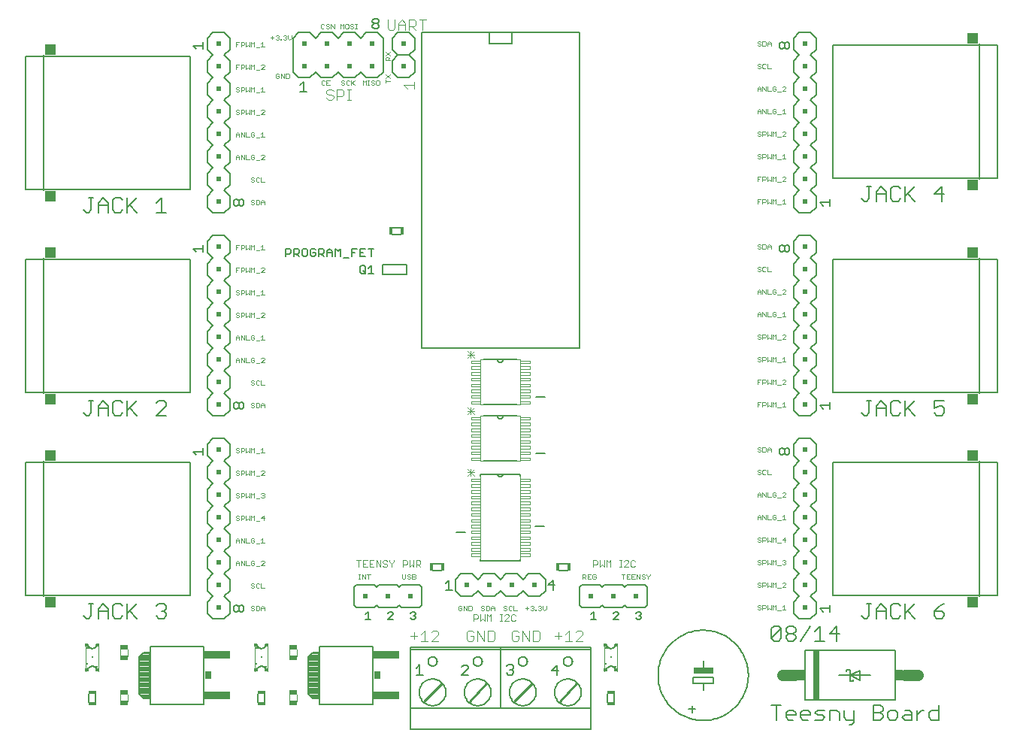
<source format=gto>
G75*
%MOIN*%
%OFA0B0*%
%FSLAX24Y24*%
%IPPOS*%
%LPD*%
%AMOC8*
5,1,8,0,0,1.08239X$1,22.5*
%
%ADD10C,0.0060*%
%ADD11C,0.0040*%
%ADD12C,0.0020*%
%ADD13C,0.0030*%
%ADD14R,0.0900X0.0250*%
%ADD15R,0.0374X0.0197*%
%ADD16C,0.0500*%
%ADD17R,0.0300X0.2200*%
%ADD18R,0.0350X0.0500*%
%ADD19C,0.0080*%
%ADD20R,0.1140X0.0340*%
%ADD21R,0.0300X0.0340*%
%ADD22C,0.0079*%
%ADD23C,0.0050*%
%ADD24R,0.0240X0.0240*%
%ADD25C,0.0098*%
%ADD26R,0.0157X0.0177*%
%ADD27R,0.0128X0.0069*%
%ADD28R,0.0079X0.0079*%
%ADD29R,0.0340X0.0160*%
%ADD30R,0.0160X0.0340*%
%ADD31R,0.0200X0.0200*%
%ADD32C,0.0000*%
%ADD33R,0.0450X0.0502*%
%ADD34R,0.0450X0.0492*%
%ADD35C,0.0100*%
D10*
X002964Y002330D02*
X002964Y002670D01*
X003244Y002670D02*
X003244Y002330D01*
X003378Y006030D02*
X003378Y006457D01*
X003592Y006671D01*
X003805Y006457D01*
X003805Y006030D01*
X004023Y006137D02*
X004023Y006564D01*
X004130Y006671D01*
X004343Y006671D01*
X004450Y006564D01*
X004667Y006671D02*
X004667Y006030D01*
X004667Y006244D02*
X005094Y006671D01*
X004774Y006350D02*
X005094Y006030D01*
X004450Y006137D02*
X004343Y006030D01*
X004130Y006030D01*
X004023Y006137D01*
X003805Y006350D02*
X003378Y006350D01*
X003161Y006671D02*
X002947Y006671D01*
X003054Y006671D02*
X003054Y006137D01*
X002947Y006030D01*
X002841Y006030D01*
X002734Y006137D01*
X005957Y006137D02*
X006063Y006030D01*
X006277Y006030D01*
X006384Y006137D01*
X006384Y006244D01*
X006277Y006350D01*
X006170Y006350D01*
X006277Y006350D02*
X006384Y006457D01*
X006384Y006564D01*
X006277Y006671D01*
X006063Y006671D01*
X005957Y006564D01*
X008204Y006750D02*
X008204Y006250D01*
X008454Y006000D01*
X008954Y006000D01*
X009204Y006250D01*
X009204Y006750D01*
X008954Y007000D01*
X009204Y007250D01*
X009204Y007750D01*
X008954Y008000D01*
X009204Y008250D01*
X009204Y008750D01*
X008954Y009000D01*
X009204Y009250D01*
X009204Y009750D01*
X008954Y010000D01*
X009204Y010250D01*
X009204Y010750D01*
X008954Y011000D01*
X009204Y011250D01*
X009204Y011750D01*
X008954Y012000D01*
X009204Y012250D01*
X009204Y012750D01*
X008954Y013000D01*
X009204Y013250D01*
X009204Y013750D01*
X008954Y014000D01*
X008454Y014000D01*
X008204Y013750D01*
X008204Y013250D01*
X008454Y013000D01*
X008204Y012750D01*
X008204Y012250D01*
X008454Y012000D01*
X008204Y011750D01*
X008204Y011250D01*
X008454Y011000D01*
X008204Y010750D01*
X008204Y010250D01*
X008454Y010000D01*
X008204Y009750D01*
X008204Y009250D01*
X008454Y009000D01*
X008204Y008750D01*
X008204Y008250D01*
X008454Y008000D01*
X008204Y007750D01*
X008204Y007250D01*
X008454Y007000D01*
X008204Y006750D01*
X010464Y002670D02*
X010464Y002330D01*
X010744Y002330D02*
X010744Y002670D01*
X014704Y006600D02*
X014804Y006500D01*
X015604Y006500D01*
X015704Y006600D01*
X015804Y006500D01*
X016604Y006500D01*
X016704Y006600D01*
X016804Y006500D01*
X017604Y006500D01*
X017704Y006600D01*
X017704Y007400D01*
X017604Y007500D01*
X016804Y007500D01*
X016704Y007400D01*
X016604Y007500D01*
X015804Y007500D01*
X015704Y007400D01*
X015604Y007500D01*
X014804Y007500D01*
X014704Y007400D01*
X014704Y006600D01*
X017204Y004750D02*
X021204Y004750D01*
X021204Y002050D01*
X021854Y002050D01*
X022554Y002050D01*
X023854Y002050D01*
X024554Y002050D01*
X025204Y002050D01*
X025204Y001100D01*
X017204Y001100D01*
X017204Y002050D01*
X017854Y002050D01*
X018554Y002050D01*
X019854Y002050D01*
X020554Y002050D01*
X021204Y002050D01*
X019614Y002750D02*
X019616Y002798D01*
X019622Y002846D01*
X019632Y002893D01*
X019645Y002939D01*
X019662Y002984D01*
X019683Y003027D01*
X019708Y003069D01*
X019735Y003108D01*
X019766Y003145D01*
X019800Y003180D01*
X019836Y003211D01*
X019875Y003240D01*
X019916Y003265D01*
X019959Y003287D01*
X020003Y003305D01*
X020049Y003319D01*
X020096Y003330D01*
X020144Y003337D01*
X020192Y003340D01*
X020240Y003339D01*
X020288Y003334D01*
X020335Y003325D01*
X020382Y003313D01*
X020427Y003296D01*
X020471Y003276D01*
X020513Y003253D01*
X020553Y003226D01*
X020590Y003196D01*
X020625Y003163D01*
X020658Y003127D01*
X020687Y003089D01*
X020713Y003048D01*
X020736Y003006D01*
X020755Y002962D01*
X020770Y002916D01*
X020782Y002870D01*
X020790Y002822D01*
X020794Y002774D01*
X020794Y002726D01*
X020790Y002678D01*
X020782Y002630D01*
X020770Y002584D01*
X020755Y002538D01*
X020736Y002494D01*
X020713Y002452D01*
X020687Y002411D01*
X020658Y002373D01*
X020625Y002337D01*
X020590Y002304D01*
X020553Y002274D01*
X020513Y002247D01*
X020471Y002224D01*
X020427Y002204D01*
X020382Y002187D01*
X020335Y002175D01*
X020288Y002166D01*
X020240Y002161D01*
X020192Y002160D01*
X020144Y002163D01*
X020096Y002170D01*
X020049Y002181D01*
X020003Y002195D01*
X019959Y002213D01*
X019916Y002235D01*
X019875Y002260D01*
X019836Y002289D01*
X019800Y002320D01*
X019766Y002355D01*
X019735Y002392D01*
X019708Y002431D01*
X019683Y002473D01*
X019662Y002516D01*
X019645Y002561D01*
X019632Y002607D01*
X019622Y002654D01*
X019616Y002702D01*
X019614Y002750D01*
X017614Y002750D02*
X017616Y002798D01*
X017622Y002846D01*
X017632Y002893D01*
X017645Y002939D01*
X017662Y002984D01*
X017683Y003027D01*
X017708Y003069D01*
X017735Y003108D01*
X017766Y003145D01*
X017800Y003180D01*
X017836Y003211D01*
X017875Y003240D01*
X017916Y003265D01*
X017959Y003287D01*
X018003Y003305D01*
X018049Y003319D01*
X018096Y003330D01*
X018144Y003337D01*
X018192Y003340D01*
X018240Y003339D01*
X018288Y003334D01*
X018335Y003325D01*
X018382Y003313D01*
X018427Y003296D01*
X018471Y003276D01*
X018513Y003253D01*
X018553Y003226D01*
X018590Y003196D01*
X018625Y003163D01*
X018658Y003127D01*
X018687Y003089D01*
X018713Y003048D01*
X018736Y003006D01*
X018755Y002962D01*
X018770Y002916D01*
X018782Y002870D01*
X018790Y002822D01*
X018794Y002774D01*
X018794Y002726D01*
X018790Y002678D01*
X018782Y002630D01*
X018770Y002584D01*
X018755Y002538D01*
X018736Y002494D01*
X018713Y002452D01*
X018687Y002411D01*
X018658Y002373D01*
X018625Y002337D01*
X018590Y002304D01*
X018553Y002274D01*
X018513Y002247D01*
X018471Y002224D01*
X018427Y002204D01*
X018382Y002187D01*
X018335Y002175D01*
X018288Y002166D01*
X018240Y002161D01*
X018192Y002160D01*
X018144Y002163D01*
X018096Y002170D01*
X018049Y002181D01*
X018003Y002195D01*
X017959Y002213D01*
X017916Y002235D01*
X017875Y002260D01*
X017836Y002289D01*
X017800Y002320D01*
X017766Y002355D01*
X017735Y002392D01*
X017708Y002431D01*
X017683Y002473D01*
X017662Y002516D01*
X017645Y002561D01*
X017632Y002607D01*
X017622Y002654D01*
X017616Y002702D01*
X017614Y002750D01*
X017204Y002050D02*
X017204Y004650D01*
X017204Y004750D01*
X017204Y004650D02*
X025204Y004650D01*
X025204Y002050D01*
X025964Y002330D02*
X025964Y002670D01*
X026244Y002670D02*
X026244Y002330D01*
X023614Y002750D02*
X023616Y002798D01*
X023622Y002846D01*
X023632Y002893D01*
X023645Y002939D01*
X023662Y002984D01*
X023683Y003027D01*
X023708Y003069D01*
X023735Y003108D01*
X023766Y003145D01*
X023800Y003180D01*
X023836Y003211D01*
X023875Y003240D01*
X023916Y003265D01*
X023959Y003287D01*
X024003Y003305D01*
X024049Y003319D01*
X024096Y003330D01*
X024144Y003337D01*
X024192Y003340D01*
X024240Y003339D01*
X024288Y003334D01*
X024335Y003325D01*
X024382Y003313D01*
X024427Y003296D01*
X024471Y003276D01*
X024513Y003253D01*
X024553Y003226D01*
X024590Y003196D01*
X024625Y003163D01*
X024658Y003127D01*
X024687Y003089D01*
X024713Y003048D01*
X024736Y003006D01*
X024755Y002962D01*
X024770Y002916D01*
X024782Y002870D01*
X024790Y002822D01*
X024794Y002774D01*
X024794Y002726D01*
X024790Y002678D01*
X024782Y002630D01*
X024770Y002584D01*
X024755Y002538D01*
X024736Y002494D01*
X024713Y002452D01*
X024687Y002411D01*
X024658Y002373D01*
X024625Y002337D01*
X024590Y002304D01*
X024553Y002274D01*
X024513Y002247D01*
X024471Y002224D01*
X024427Y002204D01*
X024382Y002187D01*
X024335Y002175D01*
X024288Y002166D01*
X024240Y002161D01*
X024192Y002160D01*
X024144Y002163D01*
X024096Y002170D01*
X024049Y002181D01*
X024003Y002195D01*
X023959Y002213D01*
X023916Y002235D01*
X023875Y002260D01*
X023836Y002289D01*
X023800Y002320D01*
X023766Y002355D01*
X023735Y002392D01*
X023708Y002431D01*
X023683Y002473D01*
X023662Y002516D01*
X023645Y002561D01*
X023632Y002607D01*
X023622Y002654D01*
X023616Y002702D01*
X023614Y002750D01*
X021614Y002750D02*
X021616Y002798D01*
X021622Y002846D01*
X021632Y002893D01*
X021645Y002939D01*
X021662Y002984D01*
X021683Y003027D01*
X021708Y003069D01*
X021735Y003108D01*
X021766Y003145D01*
X021800Y003180D01*
X021836Y003211D01*
X021875Y003240D01*
X021916Y003265D01*
X021959Y003287D01*
X022003Y003305D01*
X022049Y003319D01*
X022096Y003330D01*
X022144Y003337D01*
X022192Y003340D01*
X022240Y003339D01*
X022288Y003334D01*
X022335Y003325D01*
X022382Y003313D01*
X022427Y003296D01*
X022471Y003276D01*
X022513Y003253D01*
X022553Y003226D01*
X022590Y003196D01*
X022625Y003163D01*
X022658Y003127D01*
X022687Y003089D01*
X022713Y003048D01*
X022736Y003006D01*
X022755Y002962D01*
X022770Y002916D01*
X022782Y002870D01*
X022790Y002822D01*
X022794Y002774D01*
X022794Y002726D01*
X022790Y002678D01*
X022782Y002630D01*
X022770Y002584D01*
X022755Y002538D01*
X022736Y002494D01*
X022713Y002452D01*
X022687Y002411D01*
X022658Y002373D01*
X022625Y002337D01*
X022590Y002304D01*
X022553Y002274D01*
X022513Y002247D01*
X022471Y002224D01*
X022427Y002204D01*
X022382Y002187D01*
X022335Y002175D01*
X022288Y002166D01*
X022240Y002161D01*
X022192Y002160D01*
X022144Y002163D01*
X022096Y002170D01*
X022049Y002181D01*
X022003Y002195D01*
X021959Y002213D01*
X021916Y002235D01*
X021875Y002260D01*
X021836Y002289D01*
X021800Y002320D01*
X021766Y002355D01*
X021735Y002392D01*
X021708Y002431D01*
X021683Y002473D01*
X021662Y002516D01*
X021645Y002561D01*
X021632Y002607D01*
X021622Y002654D01*
X021616Y002702D01*
X021614Y002750D01*
X022004Y004120D02*
X022006Y004148D01*
X022012Y004175D01*
X022021Y004201D01*
X022034Y004226D01*
X022051Y004249D01*
X022070Y004269D01*
X022092Y004286D01*
X022116Y004300D01*
X022142Y004310D01*
X022169Y004317D01*
X022197Y004320D01*
X022225Y004319D01*
X022252Y004314D01*
X022279Y004305D01*
X022304Y004293D01*
X022327Y004278D01*
X022348Y004259D01*
X022366Y004238D01*
X022381Y004214D01*
X022392Y004188D01*
X022400Y004162D01*
X022404Y004134D01*
X022404Y004106D01*
X022400Y004078D01*
X022392Y004052D01*
X022381Y004026D01*
X022366Y004002D01*
X022348Y003981D01*
X022327Y003962D01*
X022304Y003947D01*
X022279Y003935D01*
X022252Y003926D01*
X022225Y003921D01*
X022197Y003920D01*
X022169Y003923D01*
X022142Y003930D01*
X022116Y003940D01*
X022092Y003954D01*
X022070Y003971D01*
X022051Y003991D01*
X022034Y004014D01*
X022021Y004039D01*
X022012Y004065D01*
X022006Y004092D01*
X022004Y004120D01*
X021204Y004750D02*
X025204Y004750D01*
X025204Y004650D01*
X024004Y004120D02*
X024006Y004148D01*
X024012Y004175D01*
X024021Y004201D01*
X024034Y004226D01*
X024051Y004249D01*
X024070Y004269D01*
X024092Y004286D01*
X024116Y004300D01*
X024142Y004310D01*
X024169Y004317D01*
X024197Y004320D01*
X024225Y004319D01*
X024252Y004314D01*
X024279Y004305D01*
X024304Y004293D01*
X024327Y004278D01*
X024348Y004259D01*
X024366Y004238D01*
X024381Y004214D01*
X024392Y004188D01*
X024400Y004162D01*
X024404Y004134D01*
X024404Y004106D01*
X024400Y004078D01*
X024392Y004052D01*
X024381Y004026D01*
X024366Y004002D01*
X024348Y003981D01*
X024327Y003962D01*
X024304Y003947D01*
X024279Y003935D01*
X024252Y003926D01*
X024225Y003921D01*
X024197Y003920D01*
X024169Y003923D01*
X024142Y003930D01*
X024116Y003940D01*
X024092Y003954D01*
X024070Y003971D01*
X024051Y003991D01*
X024034Y004014D01*
X024021Y004039D01*
X024012Y004065D01*
X024006Y004092D01*
X024004Y004120D01*
X024804Y006500D02*
X024704Y006600D01*
X024704Y007400D01*
X024804Y007500D01*
X025604Y007500D01*
X025704Y007400D01*
X025804Y007500D01*
X026604Y007500D01*
X026704Y007400D01*
X026804Y007500D01*
X027604Y007500D01*
X027704Y007400D01*
X027704Y006600D01*
X027604Y006500D01*
X026804Y006500D01*
X026704Y006600D01*
X026604Y006500D01*
X025804Y006500D01*
X025704Y006600D01*
X025604Y006500D01*
X024804Y006500D01*
X023204Y007250D02*
X023204Y007750D01*
X022954Y008000D01*
X022454Y008000D01*
X022204Y007750D01*
X021954Y008000D01*
X021454Y008000D01*
X021204Y007750D01*
X020954Y008000D01*
X020454Y008000D01*
X020204Y007750D01*
X019954Y008000D01*
X019454Y008000D01*
X019204Y007750D01*
X019204Y007250D01*
X019454Y007000D01*
X019954Y007000D01*
X020204Y007250D01*
X020454Y007000D01*
X020954Y007000D01*
X021204Y007250D01*
X021454Y007000D01*
X021954Y007000D01*
X022204Y007250D01*
X022454Y007000D01*
X022954Y007000D01*
X023204Y007250D01*
X023834Y008160D02*
X024174Y008160D01*
X024174Y008440D02*
X023834Y008440D01*
X022094Y008570D02*
X022094Y008640D01*
X022094Y008570D02*
X020314Y008570D01*
X020314Y008640D01*
X019644Y009850D02*
X019244Y009850D01*
X018574Y008440D02*
X018234Y008440D01*
X018234Y008160D02*
X018574Y008160D01*
X022764Y010100D02*
X023164Y010100D01*
X022094Y012360D02*
X022094Y012430D01*
X021324Y012430D01*
X021084Y012430D01*
X020314Y012430D01*
X020314Y012360D01*
X020464Y013000D02*
X021944Y013000D01*
X022784Y013360D02*
X023184Y013360D01*
X021944Y015000D02*
X021324Y015000D01*
X021084Y015000D01*
X020464Y015000D01*
X020464Y015500D02*
X021944Y015500D01*
X021324Y015000D02*
X021322Y014979D01*
X021317Y014959D01*
X021308Y014940D01*
X021296Y014923D01*
X021281Y014908D01*
X021264Y014896D01*
X021245Y014887D01*
X021225Y014882D01*
X021204Y014880D01*
X021183Y014882D01*
X021163Y014887D01*
X021144Y014896D01*
X021127Y014908D01*
X021112Y014923D01*
X021100Y014940D01*
X021091Y014959D01*
X021086Y014979D01*
X021084Y015000D01*
X022784Y015860D02*
X023184Y015860D01*
X021944Y017500D02*
X021324Y017500D01*
X021084Y017500D01*
X020464Y017500D01*
X021084Y017500D02*
X021086Y017479D01*
X021091Y017459D01*
X021100Y017440D01*
X021112Y017423D01*
X021127Y017408D01*
X021144Y017396D01*
X021163Y017387D01*
X021183Y017382D01*
X021204Y017380D01*
X021225Y017382D01*
X021245Y017387D01*
X021264Y017396D01*
X021281Y017408D01*
X021296Y017423D01*
X021308Y017440D01*
X021317Y017459D01*
X021322Y017479D01*
X021324Y017500D01*
X021324Y012430D02*
X021322Y012409D01*
X021317Y012389D01*
X021308Y012370D01*
X021296Y012353D01*
X021281Y012338D01*
X021264Y012326D01*
X021245Y012317D01*
X021225Y012312D01*
X021204Y012310D01*
X021183Y012312D01*
X021163Y012317D01*
X021144Y012326D01*
X021127Y012338D01*
X021112Y012353D01*
X021100Y012370D01*
X021091Y012389D01*
X021086Y012409D01*
X021084Y012430D01*
X020004Y004120D02*
X020006Y004148D01*
X020012Y004175D01*
X020021Y004201D01*
X020034Y004226D01*
X020051Y004249D01*
X020070Y004269D01*
X020092Y004286D01*
X020116Y004300D01*
X020142Y004310D01*
X020169Y004317D01*
X020197Y004320D01*
X020225Y004319D01*
X020252Y004314D01*
X020279Y004305D01*
X020304Y004293D01*
X020327Y004278D01*
X020348Y004259D01*
X020366Y004238D01*
X020381Y004214D01*
X020392Y004188D01*
X020400Y004162D01*
X020404Y004134D01*
X020404Y004106D01*
X020400Y004078D01*
X020392Y004052D01*
X020381Y004026D01*
X020366Y004002D01*
X020348Y003981D01*
X020327Y003962D01*
X020304Y003947D01*
X020279Y003935D01*
X020252Y003926D01*
X020225Y003921D01*
X020197Y003920D01*
X020169Y003923D01*
X020142Y003930D01*
X020116Y003940D01*
X020092Y003954D01*
X020070Y003971D01*
X020051Y003991D01*
X020034Y004014D01*
X020021Y004039D01*
X020012Y004065D01*
X020006Y004092D01*
X020004Y004120D01*
X018004Y004120D02*
X018006Y004148D01*
X018012Y004175D01*
X018021Y004201D01*
X018034Y004226D01*
X018051Y004249D01*
X018070Y004269D01*
X018092Y004286D01*
X018116Y004300D01*
X018142Y004310D01*
X018169Y004317D01*
X018197Y004320D01*
X018225Y004319D01*
X018252Y004314D01*
X018279Y004305D01*
X018304Y004293D01*
X018327Y004278D01*
X018348Y004259D01*
X018366Y004238D01*
X018381Y004214D01*
X018392Y004188D01*
X018400Y004162D01*
X018404Y004134D01*
X018404Y004106D01*
X018400Y004078D01*
X018392Y004052D01*
X018381Y004026D01*
X018366Y004002D01*
X018348Y003981D01*
X018327Y003962D01*
X018304Y003947D01*
X018279Y003935D01*
X018252Y003926D01*
X018225Y003921D01*
X018197Y003920D01*
X018169Y003923D01*
X018142Y003930D01*
X018116Y003940D01*
X018092Y003954D01*
X018070Y003971D01*
X018051Y003991D01*
X018034Y004014D01*
X018021Y004039D01*
X018012Y004065D01*
X018006Y004092D01*
X018004Y004120D01*
X029554Y002000D02*
X029854Y002000D01*
X029704Y002150D02*
X029704Y001850D01*
X030204Y002850D02*
X030204Y003050D01*
X030204Y003150D01*
X029754Y003150D01*
X029754Y003400D01*
X030654Y003400D01*
X030654Y003150D01*
X030204Y003150D01*
X028204Y003500D02*
X028206Y003589D01*
X028212Y003678D01*
X028222Y003767D01*
X028236Y003855D01*
X028253Y003942D01*
X028275Y004028D01*
X028301Y004114D01*
X028330Y004198D01*
X028363Y004281D01*
X028399Y004362D01*
X028440Y004442D01*
X028483Y004519D01*
X028530Y004595D01*
X028581Y004668D01*
X028634Y004739D01*
X028691Y004808D01*
X028751Y004874D01*
X028814Y004938D01*
X028879Y004998D01*
X028947Y005056D01*
X029018Y005110D01*
X029091Y005161D01*
X029166Y005209D01*
X029243Y005254D01*
X029322Y005295D01*
X029403Y005332D01*
X029485Y005366D01*
X029569Y005397D01*
X029654Y005423D01*
X029740Y005446D01*
X029827Y005464D01*
X029915Y005479D01*
X030004Y005490D01*
X030093Y005497D01*
X030182Y005500D01*
X030271Y005499D01*
X030360Y005494D01*
X030448Y005485D01*
X030537Y005472D01*
X030624Y005455D01*
X030711Y005435D01*
X030797Y005410D01*
X030881Y005382D01*
X030964Y005350D01*
X031046Y005314D01*
X031126Y005275D01*
X031204Y005232D01*
X031280Y005186D01*
X031354Y005136D01*
X031426Y005083D01*
X031495Y005027D01*
X031562Y004968D01*
X031626Y004906D01*
X031687Y004842D01*
X031746Y004774D01*
X031801Y004704D01*
X031853Y004632D01*
X031902Y004557D01*
X031947Y004481D01*
X031989Y004402D01*
X032027Y004322D01*
X032062Y004240D01*
X032093Y004156D01*
X032121Y004071D01*
X032144Y003985D01*
X032164Y003898D01*
X032180Y003811D01*
X032192Y003722D01*
X032200Y003634D01*
X032204Y003545D01*
X032204Y003455D01*
X032200Y003366D01*
X032192Y003278D01*
X032180Y003189D01*
X032164Y003102D01*
X032144Y003015D01*
X032121Y002929D01*
X032093Y002844D01*
X032062Y002760D01*
X032027Y002678D01*
X031989Y002598D01*
X031947Y002519D01*
X031902Y002443D01*
X031853Y002368D01*
X031801Y002296D01*
X031746Y002226D01*
X031687Y002158D01*
X031626Y002094D01*
X031562Y002032D01*
X031495Y001973D01*
X031426Y001917D01*
X031354Y001864D01*
X031280Y001814D01*
X031204Y001768D01*
X031126Y001725D01*
X031046Y001686D01*
X030964Y001650D01*
X030881Y001618D01*
X030797Y001590D01*
X030711Y001565D01*
X030624Y001545D01*
X030537Y001528D01*
X030448Y001515D01*
X030360Y001506D01*
X030271Y001501D01*
X030182Y001500D01*
X030093Y001503D01*
X030004Y001510D01*
X029915Y001521D01*
X029827Y001536D01*
X029740Y001554D01*
X029654Y001577D01*
X029569Y001603D01*
X029485Y001634D01*
X029403Y001668D01*
X029322Y001705D01*
X029243Y001746D01*
X029166Y001791D01*
X029091Y001839D01*
X029018Y001890D01*
X028947Y001944D01*
X028879Y002002D01*
X028814Y002062D01*
X028751Y002126D01*
X028691Y002192D01*
X028634Y002261D01*
X028581Y002332D01*
X028530Y002405D01*
X028483Y002481D01*
X028440Y002558D01*
X028399Y002638D01*
X028363Y002719D01*
X028330Y002802D01*
X028301Y002886D01*
X028275Y002972D01*
X028253Y003058D01*
X028236Y003145D01*
X028222Y003233D01*
X028212Y003322D01*
X028206Y003411D01*
X028204Y003500D01*
X030204Y003750D02*
X030204Y003950D01*
X030204Y004150D01*
X033234Y005137D02*
X033661Y005564D01*
X033661Y005137D01*
X033554Y005030D01*
X033341Y005030D01*
X033234Y005137D01*
X033234Y005564D01*
X033341Y005671D01*
X033554Y005671D01*
X033661Y005564D01*
X033878Y005564D02*
X033985Y005671D01*
X034199Y005671D01*
X034305Y005564D01*
X034305Y005457D01*
X034199Y005350D01*
X033985Y005350D01*
X033878Y005457D01*
X033878Y005564D01*
X033985Y005350D02*
X033878Y005244D01*
X033878Y005137D01*
X033985Y005030D01*
X034199Y005030D01*
X034305Y005137D01*
X034305Y005244D01*
X034199Y005350D01*
X034523Y005030D02*
X034950Y005671D01*
X035167Y005457D02*
X035381Y005671D01*
X035381Y005030D01*
X035594Y005030D02*
X035167Y005030D01*
X035812Y005350D02*
X036239Y005350D01*
X036132Y005030D02*
X036132Y005671D01*
X035812Y005350D01*
X034954Y006000D02*
X035204Y006250D01*
X035204Y006750D01*
X034954Y007000D01*
X035204Y007250D01*
X035204Y007750D01*
X034954Y008000D01*
X035204Y008250D01*
X035204Y008750D01*
X034954Y009000D01*
X035204Y009250D01*
X035204Y009750D01*
X034954Y010000D01*
X035204Y010250D01*
X035204Y010750D01*
X034954Y011000D01*
X035204Y011250D01*
X035204Y011750D01*
X034954Y012000D01*
X035204Y012250D01*
X035204Y012750D01*
X034954Y013000D01*
X035204Y013250D01*
X035204Y013750D01*
X034954Y014000D01*
X034454Y014000D01*
X034204Y013750D01*
X034204Y013250D01*
X034454Y013000D01*
X034204Y012750D01*
X034204Y012250D01*
X034454Y012000D01*
X034204Y011750D01*
X034204Y011250D01*
X034454Y011000D01*
X034204Y010750D01*
X034204Y010250D01*
X034454Y010000D01*
X034204Y009750D01*
X034204Y009250D01*
X034454Y009000D01*
X034204Y008750D01*
X034204Y008250D01*
X034454Y008000D01*
X034204Y007750D01*
X034204Y007250D01*
X034454Y007000D01*
X034204Y006750D01*
X034204Y006250D01*
X034454Y006000D01*
X034954Y006000D01*
X034704Y004600D02*
X038704Y004600D01*
X038704Y002400D01*
X034704Y002400D01*
X034704Y004600D01*
X036204Y003500D02*
X036704Y003500D01*
X036704Y003250D01*
X036854Y003250D01*
X036854Y003320D01*
X036704Y003500D02*
X036704Y003750D01*
X036554Y003750D01*
X036554Y003680D01*
X036704Y003500D02*
X037604Y003500D01*
X037154Y003270D02*
X036704Y003500D01*
X037154Y003730D01*
X037154Y003270D01*
X037746Y002171D02*
X038066Y002171D01*
X038173Y002064D01*
X038173Y001957D01*
X038066Y001850D01*
X037746Y001850D01*
X038066Y001850D02*
X038173Y001744D01*
X038173Y001637D01*
X038066Y001530D01*
X037746Y001530D01*
X037746Y002171D01*
X038390Y001850D02*
X038390Y001637D01*
X038497Y001530D01*
X038710Y001530D01*
X038817Y001637D01*
X038817Y001850D01*
X038710Y001957D01*
X038497Y001957D01*
X038390Y001850D01*
X039035Y001637D02*
X039141Y001744D01*
X039462Y001744D01*
X039462Y001850D02*
X039462Y001530D01*
X039141Y001530D01*
X039035Y001637D01*
X039141Y001957D02*
X039355Y001957D01*
X039462Y001850D01*
X039679Y001744D02*
X039893Y001957D01*
X040000Y001957D01*
X040216Y001850D02*
X040323Y001957D01*
X040643Y001957D01*
X040643Y002171D02*
X040643Y001530D01*
X040323Y001530D01*
X040216Y001637D01*
X040216Y001850D01*
X039679Y001957D02*
X039679Y001530D01*
X036884Y001530D02*
X036563Y001530D01*
X036457Y001637D01*
X036457Y001957D01*
X036239Y001850D02*
X036239Y001530D01*
X036239Y001850D02*
X036132Y001957D01*
X035812Y001957D01*
X035812Y001530D01*
X035594Y001637D02*
X035488Y001744D01*
X035274Y001744D01*
X035167Y001850D01*
X035274Y001957D01*
X035594Y001957D01*
X035594Y001637D02*
X035488Y001530D01*
X035167Y001530D01*
X034950Y001744D02*
X034523Y001744D01*
X034523Y001850D02*
X034630Y001957D01*
X034843Y001957D01*
X034950Y001850D01*
X034950Y001744D01*
X034843Y001530D02*
X034630Y001530D01*
X034523Y001637D01*
X034523Y001850D01*
X034305Y001850D02*
X034305Y001744D01*
X033878Y001744D01*
X033878Y001850D02*
X033985Y001957D01*
X034199Y001957D01*
X034305Y001850D01*
X034199Y001530D02*
X033985Y001530D01*
X033878Y001637D01*
X033878Y001850D01*
X033661Y002171D02*
X033234Y002171D01*
X033447Y002171D02*
X033447Y001530D01*
X036670Y001316D02*
X036777Y001316D01*
X036884Y001423D01*
X036884Y001957D01*
X037341Y006030D02*
X037234Y006137D01*
X037341Y006030D02*
X037447Y006030D01*
X037554Y006137D01*
X037554Y006671D01*
X037447Y006671D02*
X037661Y006671D01*
X037878Y006457D02*
X038092Y006671D01*
X038305Y006457D01*
X038305Y006030D01*
X038523Y006137D02*
X038630Y006030D01*
X038843Y006030D01*
X038950Y006137D01*
X039167Y006244D02*
X039594Y006671D01*
X039167Y006671D02*
X039167Y006030D01*
X039274Y006350D02*
X039594Y006030D01*
X038950Y006564D02*
X038843Y006671D01*
X038630Y006671D01*
X038523Y006564D01*
X038523Y006137D01*
X038305Y006350D02*
X037878Y006350D01*
X037878Y006457D02*
X037878Y006030D01*
X040457Y006137D02*
X040563Y006030D01*
X040777Y006030D01*
X040884Y006137D01*
X040884Y006244D01*
X040777Y006350D01*
X040457Y006350D01*
X040457Y006137D01*
X040457Y006350D02*
X040670Y006564D01*
X040884Y006671D01*
X040777Y015030D02*
X040563Y015030D01*
X040457Y015137D01*
X040457Y015350D02*
X040670Y015457D01*
X040777Y015457D01*
X040884Y015350D01*
X040884Y015137D01*
X040777Y015030D01*
X040457Y015350D02*
X040457Y015671D01*
X040884Y015671D01*
X039594Y015671D02*
X039167Y015244D01*
X039274Y015350D02*
X039594Y015030D01*
X039167Y015030D02*
X039167Y015671D01*
X038950Y015564D02*
X038843Y015671D01*
X038630Y015671D01*
X038523Y015564D01*
X038523Y015137D01*
X038630Y015030D01*
X038843Y015030D01*
X038950Y015137D01*
X038305Y015030D02*
X038305Y015457D01*
X038092Y015671D01*
X037878Y015457D01*
X037878Y015030D01*
X037878Y015350D02*
X038305Y015350D01*
X037661Y015671D02*
X037447Y015671D01*
X037554Y015671D02*
X037554Y015137D01*
X037447Y015030D01*
X037341Y015030D01*
X037234Y015137D01*
X035204Y015250D02*
X035204Y015750D01*
X034954Y016000D01*
X035204Y016250D01*
X035204Y016750D01*
X034954Y017000D01*
X035204Y017250D01*
X035204Y017750D01*
X034954Y018000D01*
X035204Y018250D01*
X035204Y018750D01*
X034954Y019000D01*
X035204Y019250D01*
X035204Y019750D01*
X034954Y020000D01*
X035204Y020250D01*
X035204Y020750D01*
X034954Y021000D01*
X035204Y021250D01*
X035204Y021750D01*
X034954Y022000D01*
X035204Y022250D01*
X035204Y022750D01*
X034954Y023000D01*
X034454Y023000D01*
X034204Y022750D01*
X034204Y022250D01*
X034454Y022000D01*
X034204Y021750D01*
X034204Y021250D01*
X034454Y021000D01*
X034204Y020750D01*
X034204Y020250D01*
X034454Y020000D01*
X034204Y019750D01*
X034204Y019250D01*
X034454Y019000D01*
X034204Y018750D01*
X034204Y018250D01*
X034454Y018000D01*
X034204Y017750D01*
X034204Y017250D01*
X034454Y017000D01*
X034204Y016750D01*
X034204Y016250D01*
X034454Y016000D01*
X034204Y015750D01*
X034204Y015250D01*
X034454Y015000D01*
X034954Y015000D01*
X035204Y015250D01*
X034954Y024000D02*
X034454Y024000D01*
X034204Y024250D01*
X034204Y024750D01*
X034454Y025000D01*
X034204Y025250D01*
X034204Y025750D01*
X034454Y026000D01*
X034204Y026250D01*
X034204Y026750D01*
X034454Y027000D01*
X034204Y027250D01*
X034204Y027750D01*
X034454Y028000D01*
X034204Y028250D01*
X034204Y028750D01*
X034454Y029000D01*
X034204Y029250D01*
X034204Y029750D01*
X034454Y030000D01*
X034204Y030250D01*
X034204Y030750D01*
X034454Y031000D01*
X034204Y031250D01*
X034204Y031750D01*
X034454Y032000D01*
X034954Y032000D01*
X035204Y031750D01*
X035204Y031250D01*
X034954Y031000D01*
X035204Y030750D01*
X035204Y030250D01*
X034954Y030000D01*
X035204Y029750D01*
X035204Y029250D01*
X034954Y029000D01*
X035204Y028750D01*
X035204Y028250D01*
X034954Y028000D01*
X035204Y027750D01*
X035204Y027250D01*
X034954Y027000D01*
X035204Y026750D01*
X035204Y026250D01*
X034954Y026000D01*
X035204Y025750D01*
X035204Y025250D01*
X034954Y025000D01*
X035204Y024750D01*
X035204Y024250D01*
X034954Y024000D01*
X037234Y024637D02*
X037341Y024530D01*
X037447Y024530D01*
X037554Y024637D01*
X037554Y025171D01*
X037447Y025171D02*
X037661Y025171D01*
X037878Y024957D02*
X038092Y025171D01*
X038305Y024957D01*
X038305Y024530D01*
X038523Y024637D02*
X038630Y024530D01*
X038843Y024530D01*
X038950Y024637D01*
X039167Y024744D02*
X039594Y025171D01*
X039167Y025171D02*
X039167Y024530D01*
X039274Y024850D02*
X039594Y024530D01*
X038950Y025064D02*
X038843Y025171D01*
X038630Y025171D01*
X038523Y025064D01*
X038523Y024637D01*
X038305Y024850D02*
X037878Y024850D01*
X037878Y024957D02*
X037878Y024530D01*
X040457Y024850D02*
X040884Y024850D01*
X040777Y024530D02*
X040777Y025171D01*
X040457Y024850D01*
X017404Y030250D02*
X017404Y030750D01*
X017154Y031000D01*
X017404Y031250D01*
X017404Y031750D01*
X017154Y032000D01*
X016654Y032000D01*
X016404Y031750D01*
X016404Y031250D01*
X016654Y031000D01*
X017154Y031000D01*
X016654Y031000D02*
X016404Y030750D01*
X016404Y030250D01*
X016654Y030000D01*
X017154Y030000D01*
X017404Y030250D01*
X016004Y030250D02*
X016004Y031750D01*
X015754Y032000D01*
X015254Y032000D01*
X015004Y031750D01*
X014754Y032000D01*
X014254Y032000D01*
X014004Y031750D01*
X013754Y032000D01*
X013254Y032000D01*
X013004Y031750D01*
X012754Y032000D01*
X012254Y032000D01*
X012004Y031750D01*
X012004Y030250D01*
X012254Y030000D01*
X012754Y030000D01*
X013004Y030250D01*
X013254Y030000D01*
X013754Y030000D01*
X014004Y030250D01*
X014254Y030000D01*
X014754Y030000D01*
X015004Y030250D01*
X015254Y030000D01*
X015754Y030000D01*
X016004Y030250D01*
X009204Y030250D02*
X008954Y030000D01*
X009204Y029750D01*
X009204Y029250D01*
X008954Y029000D01*
X009204Y028750D01*
X009204Y028250D01*
X008954Y028000D01*
X009204Y027750D01*
X009204Y027250D01*
X008954Y027000D01*
X009204Y026750D01*
X009204Y026250D01*
X008954Y026000D01*
X009204Y025750D01*
X009204Y025250D01*
X008954Y025000D01*
X009204Y024750D01*
X009204Y024250D01*
X008954Y024000D01*
X008454Y024000D01*
X008204Y024250D01*
X008204Y024750D01*
X008454Y025000D01*
X008204Y025250D01*
X008204Y025750D01*
X008454Y026000D01*
X008204Y026250D01*
X008204Y026750D01*
X008454Y027000D01*
X008204Y027250D01*
X008204Y027750D01*
X008454Y028000D01*
X008204Y028250D01*
X008204Y028750D01*
X008454Y029000D01*
X008204Y029250D01*
X008204Y029750D01*
X008454Y030000D01*
X008204Y030250D01*
X008204Y030750D01*
X008454Y031000D01*
X008204Y031250D01*
X008204Y031750D01*
X008454Y032000D01*
X008954Y032000D01*
X009204Y031750D01*
X009204Y031250D01*
X008954Y031000D01*
X009204Y030750D01*
X009204Y030250D01*
X006170Y024671D02*
X006170Y024030D01*
X005957Y024030D02*
X006384Y024030D01*
X005957Y024457D02*
X006170Y024671D01*
X005094Y024671D02*
X004667Y024244D01*
X004774Y024350D02*
X005094Y024030D01*
X004667Y024030D02*
X004667Y024671D01*
X004450Y024564D02*
X004343Y024671D01*
X004130Y024671D01*
X004023Y024564D01*
X004023Y024137D01*
X004130Y024030D01*
X004343Y024030D01*
X004450Y024137D01*
X003805Y024030D02*
X003805Y024457D01*
X003592Y024671D01*
X003378Y024457D01*
X003378Y024030D01*
X003378Y024350D02*
X003805Y024350D01*
X003161Y024671D02*
X002947Y024671D01*
X003054Y024671D02*
X003054Y024137D01*
X002947Y024030D01*
X002841Y024030D01*
X002734Y024137D01*
X008204Y022750D02*
X008204Y022250D01*
X008454Y022000D01*
X008204Y021750D01*
X008204Y021250D01*
X008454Y021000D01*
X008204Y020750D01*
X008204Y020250D01*
X008454Y020000D01*
X008204Y019750D01*
X008204Y019250D01*
X008454Y019000D01*
X008204Y018750D01*
X008204Y018250D01*
X008454Y018000D01*
X008204Y017750D01*
X008204Y017250D01*
X008454Y017000D01*
X008204Y016750D01*
X008204Y016250D01*
X008454Y016000D01*
X008204Y015750D01*
X008204Y015250D01*
X008454Y015000D01*
X008954Y015000D01*
X009204Y015250D01*
X009204Y015750D01*
X008954Y016000D01*
X009204Y016250D01*
X009204Y016750D01*
X008954Y017000D01*
X009204Y017250D01*
X009204Y017750D01*
X008954Y018000D01*
X009204Y018250D01*
X009204Y018750D01*
X008954Y019000D01*
X009204Y019250D01*
X009204Y019750D01*
X008954Y020000D01*
X009204Y020250D01*
X009204Y020750D01*
X008954Y021000D01*
X009204Y021250D01*
X009204Y021750D01*
X008954Y022000D01*
X009204Y022250D01*
X009204Y022750D01*
X008954Y023000D01*
X008454Y023000D01*
X008204Y022750D01*
X016434Y023060D02*
X016774Y023060D01*
X016774Y023340D02*
X016434Y023340D01*
X006384Y015564D02*
X006277Y015671D01*
X006063Y015671D01*
X005957Y015564D01*
X006384Y015564D02*
X006384Y015457D01*
X005957Y015030D01*
X006384Y015030D01*
X005094Y015030D02*
X004774Y015350D01*
X004667Y015244D02*
X005094Y015671D01*
X004667Y015671D02*
X004667Y015030D01*
X004450Y015137D02*
X004343Y015030D01*
X004130Y015030D01*
X004023Y015137D01*
X004023Y015564D01*
X004130Y015671D01*
X004343Y015671D01*
X004450Y015564D01*
X003805Y015457D02*
X003805Y015030D01*
X003805Y015350D02*
X003378Y015350D01*
X003378Y015457D02*
X003592Y015671D01*
X003805Y015457D01*
X003378Y015457D02*
X003378Y015030D01*
X003054Y015137D02*
X003054Y015671D01*
X002947Y015671D02*
X003161Y015671D01*
X003054Y015137D02*
X002947Y015030D01*
X002841Y015030D01*
X002734Y015137D01*
D11*
X002809Y004910D02*
X002809Y003690D01*
X003399Y003690D02*
X003399Y004910D01*
X004339Y004640D02*
X004339Y004360D01*
X004674Y004360D02*
X004674Y004640D01*
X004674Y002640D02*
X004674Y002360D01*
X004339Y002360D02*
X004339Y002640D01*
X010309Y003690D02*
X010309Y004910D01*
X010899Y004910D02*
X010899Y003690D01*
X011839Y004360D02*
X011839Y004640D01*
X012174Y004640D02*
X012174Y004360D01*
X012174Y002640D02*
X012174Y002360D01*
X011839Y002360D02*
X011839Y002640D01*
X017224Y005250D02*
X017531Y005250D01*
X017684Y005327D02*
X017838Y005480D01*
X017838Y005020D01*
X017991Y005020D02*
X017684Y005020D01*
X017377Y005097D02*
X017377Y005404D01*
X018145Y005404D02*
X018221Y005480D01*
X018375Y005480D01*
X018451Y005404D01*
X018451Y005327D01*
X018145Y005020D01*
X018451Y005020D01*
X019724Y005097D02*
X019801Y005020D01*
X019954Y005020D01*
X020031Y005097D01*
X020031Y005250D01*
X019877Y005250D01*
X019724Y005097D02*
X019724Y005404D01*
X019801Y005480D01*
X019954Y005480D01*
X020031Y005404D01*
X020184Y005480D02*
X020491Y005020D01*
X020491Y005480D01*
X020645Y005480D02*
X020875Y005480D01*
X020951Y005404D01*
X020951Y005097D01*
X020875Y005020D01*
X020645Y005020D01*
X020645Y005480D01*
X020184Y005480D02*
X020184Y005020D01*
X021724Y005097D02*
X021801Y005020D01*
X021954Y005020D01*
X022031Y005097D01*
X022031Y005250D01*
X021877Y005250D01*
X021724Y005097D02*
X021724Y005404D01*
X021801Y005480D01*
X021954Y005480D01*
X022031Y005404D01*
X022184Y005480D02*
X022491Y005020D01*
X022491Y005480D01*
X022645Y005480D02*
X022645Y005020D01*
X022875Y005020D01*
X022951Y005097D01*
X022951Y005404D01*
X022875Y005480D01*
X022645Y005480D01*
X022184Y005480D02*
X022184Y005020D01*
X023624Y005250D02*
X023931Y005250D01*
X024084Y005327D02*
X024238Y005480D01*
X024238Y005020D01*
X024391Y005020D02*
X024084Y005020D01*
X023777Y005097D02*
X023777Y005404D01*
X024545Y005404D02*
X024621Y005480D01*
X024775Y005480D01*
X024851Y005404D01*
X024851Y005327D01*
X024545Y005020D01*
X024851Y005020D01*
X025809Y004910D02*
X025809Y003690D01*
X026399Y003690D02*
X026399Y004910D01*
X014570Y029020D02*
X014417Y029020D01*
X014494Y029020D02*
X014494Y029480D01*
X014570Y029480D02*
X014417Y029480D01*
X014263Y029404D02*
X014263Y029250D01*
X014187Y029173D01*
X013956Y029173D01*
X013956Y029020D02*
X013956Y029480D01*
X014187Y029480D01*
X014263Y029404D01*
X013803Y029404D02*
X013726Y029480D01*
X013573Y029480D01*
X013496Y029404D01*
X013496Y029327D01*
X013573Y029250D01*
X013726Y029250D01*
X013803Y029173D01*
X013803Y029097D01*
X013726Y029020D01*
X013573Y029020D01*
X013496Y029097D01*
X016923Y029673D02*
X017384Y029673D01*
X017384Y029520D02*
X017384Y029827D01*
X017077Y029520D02*
X016923Y029673D01*
X016991Y032120D02*
X016991Y032427D01*
X016838Y032580D01*
X016684Y032427D01*
X016684Y032120D01*
X016531Y032197D02*
X016531Y032580D01*
X016684Y032350D02*
X016991Y032350D01*
X017145Y032273D02*
X017375Y032273D01*
X017451Y032350D01*
X017451Y032504D01*
X017375Y032580D01*
X017145Y032580D01*
X017145Y032120D01*
X017298Y032273D02*
X017451Y032120D01*
X017758Y032120D02*
X017758Y032580D01*
X017605Y032580D02*
X017912Y032580D01*
X016531Y032197D02*
X016454Y032120D01*
X016301Y032120D01*
X016224Y032197D01*
X016224Y032580D01*
D12*
X014840Y032390D02*
X014766Y032390D01*
X014803Y032390D02*
X014803Y032170D01*
X014766Y032170D02*
X014840Y032170D01*
X014692Y032207D02*
X014656Y032170D01*
X014582Y032170D01*
X014545Y032207D01*
X014471Y032207D02*
X014471Y032353D01*
X014435Y032390D01*
X014361Y032390D01*
X014324Y032353D01*
X014324Y032207D01*
X014361Y032170D01*
X014435Y032170D01*
X014471Y032207D01*
X014545Y032317D02*
X014582Y032280D01*
X014656Y032280D01*
X014692Y032243D01*
X014692Y032207D01*
X014692Y032353D02*
X014656Y032390D01*
X014582Y032390D01*
X014545Y032353D01*
X014545Y032317D01*
X014250Y032390D02*
X014250Y032170D01*
X014103Y032170D02*
X014103Y032390D01*
X014177Y032317D01*
X014250Y032390D01*
X013840Y032390D02*
X013840Y032170D01*
X013693Y032390D01*
X013693Y032170D01*
X013619Y032207D02*
X013582Y032170D01*
X013508Y032170D01*
X013472Y032207D01*
X013398Y032207D02*
X013361Y032170D01*
X013288Y032170D01*
X013251Y032207D01*
X013251Y032353D01*
X013288Y032390D01*
X013361Y032390D01*
X013398Y032353D01*
X013472Y032353D02*
X013472Y032317D01*
X013508Y032280D01*
X013582Y032280D01*
X013619Y032243D01*
X013619Y032207D01*
X013619Y032353D02*
X013582Y032390D01*
X013508Y032390D01*
X013472Y032353D01*
X011940Y031890D02*
X011940Y031743D01*
X011866Y031670D01*
X011793Y031743D01*
X011793Y031890D01*
X011719Y031853D02*
X011719Y031817D01*
X011682Y031780D01*
X011719Y031743D01*
X011719Y031707D01*
X011682Y031670D01*
X011608Y031670D01*
X011572Y031707D01*
X011498Y031707D02*
X011498Y031670D01*
X011461Y031670D01*
X011461Y031707D01*
X011498Y031707D01*
X011387Y031707D02*
X011350Y031670D01*
X011277Y031670D01*
X011240Y031707D01*
X011314Y031780D02*
X011350Y031780D01*
X011387Y031743D01*
X011387Y031707D01*
X011350Y031780D02*
X011387Y031817D01*
X011387Y031853D01*
X011350Y031890D01*
X011277Y031890D01*
X011240Y031853D01*
X011166Y031780D02*
X011019Y031780D01*
X011093Y031853D02*
X011093Y031707D01*
X010666Y031590D02*
X010666Y031370D01*
X010593Y031370D02*
X010740Y031370D01*
X010593Y031517D02*
X010666Y031590D01*
X010519Y031333D02*
X010372Y031333D01*
X010298Y031370D02*
X010298Y031590D01*
X010224Y031517D01*
X010151Y031590D01*
X010151Y031370D01*
X010077Y031370D02*
X010077Y031590D01*
X009930Y031590D02*
X009930Y031370D01*
X010003Y031443D01*
X010077Y031370D01*
X009856Y031480D02*
X009856Y031553D01*
X009819Y031590D01*
X009709Y031590D01*
X009709Y031370D01*
X009709Y031443D02*
X009819Y031443D01*
X009856Y031480D01*
X009635Y031590D02*
X009488Y031590D01*
X009488Y031370D01*
X009488Y031480D02*
X009561Y031480D01*
X009488Y030590D02*
X009635Y030590D01*
X009709Y030590D02*
X009819Y030590D01*
X009856Y030553D01*
X009856Y030480D01*
X009819Y030443D01*
X009709Y030443D01*
X009709Y030370D02*
X009709Y030590D01*
X009561Y030480D02*
X009488Y030480D01*
X009488Y030370D02*
X009488Y030590D01*
X009930Y030590D02*
X009930Y030370D01*
X010003Y030443D01*
X010077Y030370D01*
X010077Y030590D01*
X010151Y030590D02*
X010224Y030517D01*
X010298Y030590D01*
X010298Y030370D01*
X010372Y030333D02*
X010519Y030333D01*
X010593Y030370D02*
X010740Y030517D01*
X010740Y030553D01*
X010703Y030590D01*
X010629Y030590D01*
X010593Y030553D01*
X010593Y030370D02*
X010740Y030370D01*
X011251Y030153D02*
X011251Y030007D01*
X011288Y029970D01*
X011361Y029970D01*
X011398Y030007D01*
X011398Y030080D01*
X011324Y030080D01*
X011251Y030153D02*
X011288Y030190D01*
X011361Y030190D01*
X011398Y030153D01*
X011472Y030190D02*
X011619Y029970D01*
X011619Y030190D01*
X011693Y030190D02*
X011803Y030190D01*
X011840Y030153D01*
X011840Y030007D01*
X011803Y029970D01*
X011693Y029970D01*
X011693Y030190D01*
X011472Y030190D02*
X011472Y029970D01*
X010666Y029590D02*
X010666Y029370D01*
X010593Y029370D02*
X010740Y029370D01*
X010593Y029517D02*
X010666Y029590D01*
X010519Y029333D02*
X010372Y029333D01*
X010298Y029370D02*
X010298Y029590D01*
X010224Y029517D01*
X010151Y029590D01*
X010151Y029370D01*
X010077Y029370D02*
X010077Y029590D01*
X009930Y029590D02*
X009930Y029370D01*
X010003Y029443D01*
X010077Y029370D01*
X009856Y029480D02*
X009856Y029553D01*
X009819Y029590D01*
X009709Y029590D01*
X009709Y029370D01*
X009709Y029443D02*
X009819Y029443D01*
X009856Y029480D01*
X009635Y029443D02*
X009635Y029407D01*
X009598Y029370D01*
X009525Y029370D01*
X009488Y029407D01*
X009525Y029480D02*
X009598Y029480D01*
X009635Y029443D01*
X009635Y029553D02*
X009598Y029590D01*
X009525Y029590D01*
X009488Y029553D01*
X009488Y029517D01*
X009525Y029480D01*
X009525Y028590D02*
X009488Y028553D01*
X009488Y028517D01*
X009525Y028480D01*
X009598Y028480D01*
X009635Y028443D01*
X009635Y028407D01*
X009598Y028370D01*
X009525Y028370D01*
X009488Y028407D01*
X009525Y028590D02*
X009598Y028590D01*
X009635Y028553D01*
X009709Y028590D02*
X009819Y028590D01*
X009856Y028553D01*
X009856Y028480D01*
X009819Y028443D01*
X009709Y028443D01*
X009709Y028370D02*
X009709Y028590D01*
X009930Y028590D02*
X009930Y028370D01*
X010003Y028443D01*
X010077Y028370D01*
X010077Y028590D01*
X010151Y028590D02*
X010224Y028517D01*
X010298Y028590D01*
X010298Y028370D01*
X010372Y028333D02*
X010519Y028333D01*
X010593Y028370D02*
X010740Y028517D01*
X010740Y028553D01*
X010703Y028590D01*
X010629Y028590D01*
X010593Y028553D01*
X010593Y028370D02*
X010740Y028370D01*
X010151Y028370D02*
X010151Y028590D01*
X010188Y027590D02*
X010151Y027553D01*
X010151Y027407D01*
X010188Y027370D01*
X010261Y027370D01*
X010298Y027407D01*
X010298Y027480D01*
X010224Y027480D01*
X010298Y027553D02*
X010261Y027590D01*
X010188Y027590D01*
X010077Y027370D02*
X009930Y027370D01*
X009930Y027590D01*
X009856Y027590D02*
X009856Y027370D01*
X009709Y027590D01*
X009709Y027370D01*
X009635Y027370D02*
X009635Y027517D01*
X009561Y027590D01*
X009488Y027517D01*
X009488Y027370D01*
X009488Y027480D02*
X009635Y027480D01*
X010372Y027333D02*
X010519Y027333D01*
X010593Y027370D02*
X010740Y027370D01*
X010666Y027370D02*
X010666Y027590D01*
X010593Y027517D01*
X010629Y026590D02*
X010593Y026553D01*
X010629Y026590D02*
X010703Y026590D01*
X010740Y026553D01*
X010740Y026517D01*
X010593Y026370D01*
X010740Y026370D01*
X010519Y026333D02*
X010372Y026333D01*
X010298Y026407D02*
X010298Y026480D01*
X010224Y026480D01*
X010151Y026407D02*
X010188Y026370D01*
X010261Y026370D01*
X010298Y026407D01*
X010298Y026553D02*
X010261Y026590D01*
X010188Y026590D01*
X010151Y026553D01*
X010151Y026407D01*
X010077Y026370D02*
X009930Y026370D01*
X009930Y026590D01*
X009856Y026590D02*
X009856Y026370D01*
X009709Y026590D01*
X009709Y026370D01*
X009635Y026370D02*
X009635Y026517D01*
X009561Y026590D01*
X009488Y026517D01*
X009488Y026370D01*
X009488Y026480D02*
X009635Y026480D01*
X010188Y025590D02*
X010151Y025553D01*
X010151Y025517D01*
X010188Y025480D01*
X010261Y025480D01*
X010298Y025443D01*
X010298Y025407D01*
X010261Y025370D01*
X010188Y025370D01*
X010151Y025407D01*
X010188Y025590D02*
X010261Y025590D01*
X010298Y025553D01*
X010372Y025553D02*
X010372Y025407D01*
X010408Y025370D01*
X010482Y025370D01*
X010519Y025407D01*
X010593Y025370D02*
X010740Y025370D01*
X010593Y025370D02*
X010593Y025590D01*
X010519Y025553D02*
X010482Y025590D01*
X010408Y025590D01*
X010372Y025553D01*
X010372Y024590D02*
X010482Y024590D01*
X010519Y024553D01*
X010519Y024407D01*
X010482Y024370D01*
X010372Y024370D01*
X010372Y024590D01*
X010298Y024553D02*
X010261Y024590D01*
X010188Y024590D01*
X010151Y024553D01*
X010151Y024517D01*
X010188Y024480D01*
X010261Y024480D01*
X010298Y024443D01*
X010298Y024407D01*
X010261Y024370D01*
X010188Y024370D01*
X010151Y024407D01*
X010593Y024370D02*
X010593Y024517D01*
X010666Y024590D01*
X010740Y024517D01*
X010740Y024370D01*
X010740Y024480D02*
X010593Y024480D01*
X010666Y022590D02*
X010666Y022370D01*
X010593Y022370D02*
X010740Y022370D01*
X010593Y022517D02*
X010666Y022590D01*
X010519Y022333D02*
X010372Y022333D01*
X010298Y022370D02*
X010298Y022590D01*
X010224Y022517D01*
X010151Y022590D01*
X010151Y022370D01*
X010077Y022370D02*
X010077Y022590D01*
X009930Y022590D02*
X009930Y022370D01*
X010003Y022443D01*
X010077Y022370D01*
X009856Y022480D02*
X009856Y022553D01*
X009819Y022590D01*
X009709Y022590D01*
X009709Y022370D01*
X009709Y022443D02*
X009819Y022443D01*
X009856Y022480D01*
X009635Y022590D02*
X009488Y022590D01*
X009488Y022370D01*
X009488Y022480D02*
X009561Y022480D01*
X009488Y021590D02*
X009635Y021590D01*
X009709Y021590D02*
X009819Y021590D01*
X009856Y021553D01*
X009856Y021480D01*
X009819Y021443D01*
X009709Y021443D01*
X009709Y021370D02*
X009709Y021590D01*
X009561Y021480D02*
X009488Y021480D01*
X009488Y021370D02*
X009488Y021590D01*
X009930Y021590D02*
X009930Y021370D01*
X010003Y021443D01*
X010077Y021370D01*
X010077Y021590D01*
X010151Y021590D02*
X010224Y021517D01*
X010298Y021590D01*
X010298Y021370D01*
X010372Y021333D02*
X010519Y021333D01*
X010593Y021370D02*
X010740Y021517D01*
X010740Y021553D01*
X010703Y021590D01*
X010629Y021590D01*
X010593Y021553D01*
X010593Y021370D02*
X010740Y021370D01*
X010151Y021370D02*
X010151Y021590D01*
X010151Y020590D02*
X010224Y020517D01*
X010298Y020590D01*
X010298Y020370D01*
X010372Y020333D02*
X010519Y020333D01*
X010593Y020370D02*
X010740Y020370D01*
X010666Y020370D02*
X010666Y020590D01*
X010593Y020517D01*
X010151Y020590D02*
X010151Y020370D01*
X010077Y020370D02*
X010077Y020590D01*
X009930Y020590D02*
X009930Y020370D01*
X010003Y020443D01*
X010077Y020370D01*
X009856Y020480D02*
X009856Y020553D01*
X009819Y020590D01*
X009709Y020590D01*
X009709Y020370D01*
X009709Y020443D02*
X009819Y020443D01*
X009856Y020480D01*
X009635Y020443D02*
X009635Y020407D01*
X009598Y020370D01*
X009525Y020370D01*
X009488Y020407D01*
X009525Y020480D02*
X009598Y020480D01*
X009635Y020443D01*
X009635Y020553D02*
X009598Y020590D01*
X009525Y020590D01*
X009488Y020553D01*
X009488Y020517D01*
X009525Y020480D01*
X009525Y019590D02*
X009488Y019553D01*
X009488Y019517D01*
X009525Y019480D01*
X009598Y019480D01*
X009635Y019443D01*
X009635Y019407D01*
X009598Y019370D01*
X009525Y019370D01*
X009488Y019407D01*
X009525Y019590D02*
X009598Y019590D01*
X009635Y019553D01*
X009709Y019590D02*
X009709Y019370D01*
X009709Y019443D02*
X009819Y019443D01*
X009856Y019480D01*
X009856Y019553D01*
X009819Y019590D01*
X009709Y019590D01*
X009930Y019590D02*
X009930Y019370D01*
X010003Y019443D01*
X010077Y019370D01*
X010077Y019590D01*
X010151Y019590D02*
X010224Y019517D01*
X010298Y019590D01*
X010298Y019370D01*
X010372Y019333D02*
X010519Y019333D01*
X010593Y019370D02*
X010740Y019517D01*
X010740Y019553D01*
X010703Y019590D01*
X010629Y019590D01*
X010593Y019553D01*
X010593Y019370D02*
X010740Y019370D01*
X010151Y019370D02*
X010151Y019590D01*
X010188Y018590D02*
X010151Y018553D01*
X010151Y018407D01*
X010188Y018370D01*
X010261Y018370D01*
X010298Y018407D01*
X010298Y018480D01*
X010224Y018480D01*
X010298Y018553D02*
X010261Y018590D01*
X010188Y018590D01*
X010077Y018370D02*
X009930Y018370D01*
X009930Y018590D01*
X009856Y018590D02*
X009856Y018370D01*
X009709Y018590D01*
X009709Y018370D01*
X009635Y018370D02*
X009635Y018517D01*
X009561Y018590D01*
X009488Y018517D01*
X009488Y018370D01*
X009488Y018480D02*
X009635Y018480D01*
X010372Y018333D02*
X010519Y018333D01*
X010593Y018370D02*
X010740Y018370D01*
X010666Y018370D02*
X010666Y018590D01*
X010593Y018517D01*
X010629Y017590D02*
X010593Y017553D01*
X010629Y017590D02*
X010703Y017590D01*
X010740Y017553D01*
X010740Y017517D01*
X010593Y017370D01*
X010740Y017370D01*
X010519Y017333D02*
X010372Y017333D01*
X010298Y017407D02*
X010298Y017480D01*
X010224Y017480D01*
X010151Y017407D02*
X010188Y017370D01*
X010261Y017370D01*
X010298Y017407D01*
X010298Y017553D02*
X010261Y017590D01*
X010188Y017590D01*
X010151Y017553D01*
X010151Y017407D01*
X010077Y017370D02*
X009930Y017370D01*
X009930Y017590D01*
X009856Y017590D02*
X009856Y017370D01*
X009709Y017590D01*
X009709Y017370D01*
X009635Y017370D02*
X009635Y017517D01*
X009561Y017590D01*
X009488Y017517D01*
X009488Y017370D01*
X009488Y017480D02*
X009635Y017480D01*
X010188Y016590D02*
X010151Y016553D01*
X010151Y016517D01*
X010188Y016480D01*
X010261Y016480D01*
X010298Y016443D01*
X010298Y016407D01*
X010261Y016370D01*
X010188Y016370D01*
X010151Y016407D01*
X010188Y016590D02*
X010261Y016590D01*
X010298Y016553D01*
X010372Y016553D02*
X010372Y016407D01*
X010408Y016370D01*
X010482Y016370D01*
X010519Y016407D01*
X010593Y016370D02*
X010740Y016370D01*
X010593Y016370D02*
X010593Y016590D01*
X010519Y016553D02*
X010482Y016590D01*
X010408Y016590D01*
X010372Y016553D01*
X010372Y015590D02*
X010482Y015590D01*
X010519Y015553D01*
X010519Y015407D01*
X010482Y015370D01*
X010372Y015370D01*
X010372Y015590D01*
X010298Y015553D02*
X010261Y015590D01*
X010188Y015590D01*
X010151Y015553D01*
X010151Y015517D01*
X010188Y015480D01*
X010261Y015480D01*
X010298Y015443D01*
X010298Y015407D01*
X010261Y015370D01*
X010188Y015370D01*
X010151Y015407D01*
X010593Y015370D02*
X010593Y015517D01*
X010666Y015590D01*
X010740Y015517D01*
X010740Y015370D01*
X010740Y015480D02*
X010593Y015480D01*
X010666Y013590D02*
X010666Y013370D01*
X010593Y013370D02*
X010740Y013370D01*
X010593Y013517D02*
X010666Y013590D01*
X010519Y013333D02*
X010372Y013333D01*
X010298Y013370D02*
X010298Y013590D01*
X010224Y013517D01*
X010151Y013590D01*
X010151Y013370D01*
X010077Y013370D02*
X010077Y013590D01*
X009930Y013590D02*
X009930Y013370D01*
X010003Y013443D01*
X010077Y013370D01*
X009856Y013480D02*
X009819Y013443D01*
X009709Y013443D01*
X009709Y013370D02*
X009709Y013590D01*
X009819Y013590D01*
X009856Y013553D01*
X009856Y013480D01*
X009635Y013443D02*
X009635Y013407D01*
X009598Y013370D01*
X009525Y013370D01*
X009488Y013407D01*
X009525Y013480D02*
X009598Y013480D01*
X009635Y013443D01*
X009635Y013553D02*
X009598Y013590D01*
X009525Y013590D01*
X009488Y013553D01*
X009488Y013517D01*
X009525Y013480D01*
X009525Y012590D02*
X009488Y012553D01*
X009488Y012517D01*
X009525Y012480D01*
X009598Y012480D01*
X009635Y012443D01*
X009635Y012407D01*
X009598Y012370D01*
X009525Y012370D01*
X009488Y012407D01*
X009525Y012590D02*
X009598Y012590D01*
X009635Y012553D01*
X009709Y012590D02*
X009819Y012590D01*
X009856Y012553D01*
X009856Y012480D01*
X009819Y012443D01*
X009709Y012443D01*
X009709Y012370D02*
X009709Y012590D01*
X009930Y012590D02*
X009930Y012370D01*
X010003Y012443D01*
X010077Y012370D01*
X010077Y012590D01*
X010151Y012590D02*
X010224Y012517D01*
X010298Y012590D01*
X010298Y012370D01*
X010372Y012333D02*
X010519Y012333D01*
X010593Y012370D02*
X010740Y012517D01*
X010740Y012553D01*
X010703Y012590D01*
X010629Y012590D01*
X010593Y012553D01*
X010593Y012370D02*
X010740Y012370D01*
X010151Y012370D02*
X010151Y012590D01*
X010151Y011590D02*
X010224Y011517D01*
X010298Y011590D01*
X010298Y011370D01*
X010372Y011333D02*
X010519Y011333D01*
X010593Y011407D02*
X010629Y011370D01*
X010703Y011370D01*
X010740Y011407D01*
X010740Y011443D01*
X010703Y011480D01*
X010666Y011480D01*
X010703Y011480D02*
X010740Y011517D01*
X010740Y011553D01*
X010703Y011590D01*
X010629Y011590D01*
X010593Y011553D01*
X010151Y011590D02*
X010151Y011370D01*
X010077Y011370D02*
X010077Y011590D01*
X009930Y011590D02*
X009930Y011370D01*
X010003Y011443D01*
X010077Y011370D01*
X009856Y011480D02*
X009819Y011443D01*
X009709Y011443D01*
X009709Y011370D02*
X009709Y011590D01*
X009819Y011590D01*
X009856Y011553D01*
X009856Y011480D01*
X009635Y011443D02*
X009635Y011407D01*
X009598Y011370D01*
X009525Y011370D01*
X009488Y011407D01*
X009525Y011480D02*
X009598Y011480D01*
X009635Y011443D01*
X009635Y011553D02*
X009598Y011590D01*
X009525Y011590D01*
X009488Y011553D01*
X009488Y011517D01*
X009525Y011480D01*
X009525Y010590D02*
X009488Y010553D01*
X009488Y010517D01*
X009525Y010480D01*
X009598Y010480D01*
X009635Y010443D01*
X009635Y010407D01*
X009598Y010370D01*
X009525Y010370D01*
X009488Y010407D01*
X009525Y010590D02*
X009598Y010590D01*
X009635Y010553D01*
X009709Y010590D02*
X009819Y010590D01*
X009856Y010553D01*
X009856Y010480D01*
X009819Y010443D01*
X009709Y010443D01*
X009709Y010370D02*
X009709Y010590D01*
X009930Y010590D02*
X009930Y010370D01*
X010003Y010443D01*
X010077Y010370D01*
X010077Y010590D01*
X010151Y010590D02*
X010224Y010517D01*
X010298Y010590D01*
X010298Y010370D01*
X010372Y010333D02*
X010519Y010333D01*
X010593Y010480D02*
X010740Y010480D01*
X010703Y010370D02*
X010703Y010590D01*
X010593Y010480D01*
X010151Y010370D02*
X010151Y010590D01*
X010188Y009590D02*
X010151Y009553D01*
X010151Y009407D01*
X010188Y009370D01*
X010261Y009370D01*
X010298Y009407D01*
X010298Y009480D01*
X010224Y009480D01*
X010298Y009553D02*
X010261Y009590D01*
X010188Y009590D01*
X010077Y009370D02*
X009930Y009370D01*
X009930Y009590D01*
X009856Y009590D02*
X009856Y009370D01*
X009709Y009590D01*
X009709Y009370D01*
X009635Y009370D02*
X009635Y009517D01*
X009561Y009590D01*
X009488Y009517D01*
X009488Y009370D01*
X009488Y009480D02*
X009635Y009480D01*
X010372Y009333D02*
X010519Y009333D01*
X010593Y009370D02*
X010740Y009370D01*
X010666Y009370D02*
X010666Y009590D01*
X010593Y009517D01*
X010629Y008590D02*
X010593Y008553D01*
X010629Y008590D02*
X010703Y008590D01*
X010740Y008553D01*
X010740Y008517D01*
X010593Y008370D01*
X010740Y008370D01*
X010519Y008333D02*
X010372Y008333D01*
X010298Y008407D02*
X010298Y008480D01*
X010224Y008480D01*
X010151Y008407D02*
X010188Y008370D01*
X010261Y008370D01*
X010298Y008407D01*
X010298Y008553D02*
X010261Y008590D01*
X010188Y008590D01*
X010151Y008553D01*
X010151Y008407D01*
X010077Y008370D02*
X009930Y008370D01*
X009930Y008590D01*
X009856Y008590D02*
X009856Y008370D01*
X009709Y008590D01*
X009709Y008370D01*
X009635Y008370D02*
X009635Y008517D01*
X009561Y008590D01*
X009488Y008517D01*
X009488Y008370D01*
X009488Y008480D02*
X009635Y008480D01*
X010188Y007590D02*
X010151Y007553D01*
X010151Y007517D01*
X010188Y007480D01*
X010261Y007480D01*
X010298Y007443D01*
X010298Y007407D01*
X010261Y007370D01*
X010188Y007370D01*
X010151Y007407D01*
X010188Y007590D02*
X010261Y007590D01*
X010298Y007553D01*
X010372Y007553D02*
X010372Y007407D01*
X010408Y007370D01*
X010482Y007370D01*
X010519Y007407D01*
X010593Y007370D02*
X010740Y007370D01*
X010593Y007370D02*
X010593Y007590D01*
X010519Y007553D02*
X010482Y007590D01*
X010408Y007590D01*
X010372Y007553D01*
X010372Y006590D02*
X010482Y006590D01*
X010519Y006553D01*
X010519Y006407D01*
X010482Y006370D01*
X010372Y006370D01*
X010372Y006590D01*
X010298Y006553D02*
X010261Y006590D01*
X010188Y006590D01*
X010151Y006553D01*
X010151Y006517D01*
X010188Y006480D01*
X010261Y006480D01*
X010298Y006443D01*
X010298Y006407D01*
X010261Y006370D01*
X010188Y006370D01*
X010151Y006407D01*
X010593Y006370D02*
X010593Y006517D01*
X010666Y006590D01*
X010740Y006517D01*
X010740Y006370D01*
X010740Y006480D02*
X010593Y006480D01*
X014924Y007770D02*
X014998Y007770D01*
X014961Y007770D02*
X014961Y007990D01*
X014924Y007990D02*
X014998Y007990D01*
X015072Y007990D02*
X015219Y007770D01*
X015219Y007990D01*
X015293Y007990D02*
X015440Y007990D01*
X015366Y007990D02*
X015366Y007770D01*
X015072Y007770D02*
X015072Y007990D01*
X016851Y007990D02*
X016851Y007807D01*
X016888Y007770D01*
X016961Y007770D01*
X016998Y007807D01*
X016998Y007990D01*
X017072Y007953D02*
X017108Y007990D01*
X017182Y007990D01*
X017219Y007953D01*
X017182Y007880D02*
X017219Y007843D01*
X017219Y007807D01*
X017182Y007770D01*
X017108Y007770D01*
X017072Y007807D01*
X017108Y007880D02*
X017182Y007880D01*
X017108Y007880D02*
X017072Y007917D01*
X017072Y007953D01*
X017293Y007990D02*
X017293Y007770D01*
X017403Y007770D01*
X017440Y007807D01*
X017440Y007843D01*
X017403Y007880D01*
X017293Y007880D01*
X017403Y007880D02*
X017440Y007917D01*
X017440Y007953D01*
X017403Y007990D01*
X017293Y007990D01*
X019351Y006553D02*
X019351Y006407D01*
X019388Y006370D01*
X019461Y006370D01*
X019498Y006407D01*
X019498Y006480D01*
X019424Y006480D01*
X019351Y006553D02*
X019388Y006590D01*
X019461Y006590D01*
X019498Y006553D01*
X019572Y006590D02*
X019719Y006370D01*
X019719Y006590D01*
X019793Y006590D02*
X019903Y006590D01*
X019940Y006553D01*
X019940Y006407D01*
X019903Y006370D01*
X019793Y006370D01*
X019793Y006590D01*
X019572Y006590D02*
X019572Y006370D01*
X020351Y006407D02*
X020388Y006370D01*
X020461Y006370D01*
X020498Y006407D01*
X020498Y006443D01*
X020461Y006480D01*
X020388Y006480D01*
X020351Y006517D01*
X020351Y006553D01*
X020388Y006590D01*
X020461Y006590D01*
X020498Y006553D01*
X020572Y006590D02*
X020682Y006590D01*
X020719Y006553D01*
X020719Y006407D01*
X020682Y006370D01*
X020572Y006370D01*
X020572Y006590D01*
X020793Y006517D02*
X020866Y006590D01*
X020940Y006517D01*
X020940Y006370D01*
X020940Y006480D02*
X020793Y006480D01*
X020793Y006517D02*
X020793Y006370D01*
X021351Y006407D02*
X021388Y006370D01*
X021461Y006370D01*
X021498Y006407D01*
X021498Y006443D01*
X021461Y006480D01*
X021388Y006480D01*
X021351Y006517D01*
X021351Y006553D01*
X021388Y006590D01*
X021461Y006590D01*
X021498Y006553D01*
X021572Y006553D02*
X021572Y006407D01*
X021608Y006370D01*
X021682Y006370D01*
X021719Y006407D01*
X021793Y006370D02*
X021940Y006370D01*
X021793Y006370D02*
X021793Y006590D01*
X021719Y006553D02*
X021682Y006590D01*
X021608Y006590D01*
X021572Y006553D01*
X022319Y006480D02*
X022466Y006480D01*
X022393Y006553D02*
X022393Y006407D01*
X022540Y006407D02*
X022577Y006370D01*
X022650Y006370D01*
X022687Y006407D01*
X022687Y006443D01*
X022650Y006480D01*
X022614Y006480D01*
X022650Y006480D02*
X022687Y006517D01*
X022687Y006553D01*
X022650Y006590D01*
X022577Y006590D01*
X022540Y006553D01*
X022761Y006407D02*
X022798Y006407D01*
X022798Y006370D01*
X022761Y006370D01*
X022761Y006407D01*
X022872Y006407D02*
X022908Y006370D01*
X022982Y006370D01*
X023019Y006407D01*
X023019Y006443D01*
X022982Y006480D01*
X022945Y006480D01*
X022982Y006480D02*
X023019Y006517D01*
X023019Y006553D01*
X022982Y006590D01*
X022908Y006590D01*
X022872Y006553D01*
X023093Y006590D02*
X023093Y006443D01*
X023166Y006370D01*
X023240Y006443D01*
X023240Y006590D01*
X024851Y007770D02*
X024851Y007990D01*
X024961Y007990D01*
X024998Y007953D01*
X024998Y007880D01*
X024961Y007843D01*
X024851Y007843D01*
X024924Y007843D02*
X024998Y007770D01*
X025072Y007770D02*
X025219Y007770D01*
X025293Y007807D02*
X025329Y007770D01*
X025403Y007770D01*
X025440Y007807D01*
X025440Y007880D01*
X025366Y007880D01*
X025293Y007953D02*
X025293Y007807D01*
X025293Y007953D02*
X025329Y007990D01*
X025403Y007990D01*
X025440Y007953D01*
X025219Y007990D02*
X025072Y007990D01*
X025072Y007770D01*
X025072Y007880D02*
X025145Y007880D01*
X026588Y007990D02*
X026735Y007990D01*
X026661Y007990D02*
X026661Y007770D01*
X026809Y007770D02*
X026956Y007770D01*
X027030Y007770D02*
X027177Y007770D01*
X027251Y007770D02*
X027251Y007990D01*
X027398Y007770D01*
X027398Y007990D01*
X027472Y007953D02*
X027508Y007990D01*
X027582Y007990D01*
X027619Y007953D01*
X027693Y007953D02*
X027766Y007880D01*
X027766Y007770D01*
X027766Y007880D02*
X027840Y007953D01*
X027840Y007990D01*
X027693Y007990D02*
X027693Y007953D01*
X027619Y007843D02*
X027619Y007807D01*
X027582Y007770D01*
X027508Y007770D01*
X027472Y007807D01*
X027508Y007880D02*
X027582Y007880D01*
X027619Y007843D01*
X027508Y007880D02*
X027472Y007917D01*
X027472Y007953D01*
X027177Y007990D02*
X027030Y007990D01*
X027030Y007770D01*
X027030Y007880D02*
X027103Y007880D01*
X026956Y007990D02*
X026809Y007990D01*
X026809Y007770D01*
X026809Y007880D02*
X026882Y007880D01*
X032614Y007593D02*
X032614Y007557D01*
X032650Y007520D01*
X032724Y007520D01*
X032761Y007483D01*
X032761Y007447D01*
X032724Y007410D01*
X032650Y007410D01*
X032614Y007447D01*
X032614Y007593D02*
X032650Y007630D01*
X032724Y007630D01*
X032761Y007593D01*
X032835Y007630D02*
X032835Y007410D01*
X032835Y007483D02*
X032945Y007483D01*
X032982Y007520D01*
X032982Y007593D01*
X032945Y007630D01*
X032835Y007630D01*
X033056Y007630D02*
X033056Y007410D01*
X033129Y007483D01*
X033203Y007410D01*
X033203Y007630D01*
X033277Y007630D02*
X033350Y007557D01*
X033424Y007630D01*
X033424Y007410D01*
X033498Y007373D02*
X033645Y007373D01*
X033719Y007410D02*
X033866Y007557D01*
X033866Y007593D01*
X033829Y007630D01*
X033755Y007630D01*
X033719Y007593D01*
X033719Y007410D02*
X033866Y007410D01*
X033277Y007410D02*
X033277Y007630D01*
X033498Y008373D02*
X033645Y008373D01*
X033719Y008447D02*
X033755Y008410D01*
X033829Y008410D01*
X033866Y008447D01*
X033866Y008483D01*
X033829Y008520D01*
X033792Y008520D01*
X033829Y008520D02*
X033866Y008557D01*
X033866Y008593D01*
X033829Y008630D01*
X033755Y008630D01*
X033719Y008593D01*
X033424Y008630D02*
X033424Y008410D01*
X033277Y008410D02*
X033277Y008630D01*
X033350Y008557D01*
X033424Y008630D01*
X033203Y008630D02*
X033203Y008410D01*
X033129Y008483D01*
X033056Y008410D01*
X033056Y008630D01*
X032982Y008593D02*
X032982Y008520D01*
X032945Y008483D01*
X032835Y008483D01*
X032835Y008410D02*
X032835Y008630D01*
X032945Y008630D01*
X032982Y008593D01*
X032761Y008593D02*
X032724Y008630D01*
X032650Y008630D01*
X032614Y008593D01*
X032614Y008557D01*
X032650Y008520D01*
X032724Y008520D01*
X032761Y008483D01*
X032761Y008447D01*
X032724Y008410D01*
X032650Y008410D01*
X032614Y008447D01*
X032650Y009410D02*
X032614Y009447D01*
X032650Y009410D02*
X032724Y009410D01*
X032761Y009447D01*
X032761Y009483D01*
X032724Y009520D01*
X032650Y009520D01*
X032614Y009557D01*
X032614Y009593D01*
X032650Y009630D01*
X032724Y009630D01*
X032761Y009593D01*
X032835Y009630D02*
X032835Y009410D01*
X032835Y009483D02*
X032945Y009483D01*
X032982Y009520D01*
X032982Y009593D01*
X032945Y009630D01*
X032835Y009630D01*
X033056Y009630D02*
X033056Y009410D01*
X033129Y009483D01*
X033203Y009410D01*
X033203Y009630D01*
X033277Y009630D02*
X033350Y009557D01*
X033424Y009630D01*
X033424Y009410D01*
X033498Y009373D02*
X033645Y009373D01*
X033719Y009520D02*
X033866Y009520D01*
X033829Y009410D02*
X033829Y009630D01*
X033719Y009520D01*
X033277Y009410D02*
X033277Y009630D01*
X033498Y010373D02*
X033645Y010373D01*
X033719Y010410D02*
X033866Y010410D01*
X033792Y010410D02*
X033792Y010630D01*
X033719Y010557D01*
X033424Y010593D02*
X033387Y010630D01*
X033313Y010630D01*
X033277Y010593D01*
X033277Y010447D01*
X033313Y010410D01*
X033387Y010410D01*
X033424Y010447D01*
X033424Y010520D01*
X033350Y010520D01*
X033203Y010410D02*
X033056Y010410D01*
X033056Y010630D01*
X032982Y010630D02*
X032982Y010410D01*
X032835Y010630D01*
X032835Y010410D01*
X032761Y010410D02*
X032761Y010557D01*
X032687Y010630D01*
X032614Y010557D01*
X032614Y010410D01*
X032614Y010520D02*
X032761Y010520D01*
X032761Y011410D02*
X032761Y011557D01*
X032687Y011630D01*
X032614Y011557D01*
X032614Y011410D01*
X032614Y011520D02*
X032761Y011520D01*
X032835Y011410D02*
X032835Y011630D01*
X032982Y011410D01*
X032982Y011630D01*
X033056Y011630D02*
X033056Y011410D01*
X033203Y011410D01*
X033277Y011447D02*
X033313Y011410D01*
X033387Y011410D01*
X033424Y011447D01*
X033424Y011520D01*
X033350Y011520D01*
X033277Y011593D02*
X033277Y011447D01*
X033277Y011593D02*
X033313Y011630D01*
X033387Y011630D01*
X033424Y011593D01*
X033498Y011373D02*
X033645Y011373D01*
X033719Y011410D02*
X033866Y011557D01*
X033866Y011593D01*
X033829Y011630D01*
X033755Y011630D01*
X033719Y011593D01*
X033719Y011410D02*
X033866Y011410D01*
X033203Y012410D02*
X033056Y012410D01*
X033056Y012630D01*
X032982Y012593D02*
X032945Y012630D01*
X032871Y012630D01*
X032835Y012593D01*
X032835Y012447D01*
X032871Y012410D01*
X032945Y012410D01*
X032982Y012447D01*
X032761Y012447D02*
X032724Y012410D01*
X032650Y012410D01*
X032614Y012447D01*
X032650Y012520D02*
X032724Y012520D01*
X032761Y012483D01*
X032761Y012447D01*
X032650Y012520D02*
X032614Y012557D01*
X032614Y012593D01*
X032650Y012630D01*
X032724Y012630D01*
X032761Y012593D01*
X032724Y013410D02*
X032650Y013410D01*
X032614Y013447D01*
X032650Y013520D02*
X032724Y013520D01*
X032761Y013483D01*
X032761Y013447D01*
X032724Y013410D01*
X032835Y013410D02*
X032945Y013410D01*
X032982Y013447D01*
X032982Y013593D01*
X032945Y013630D01*
X032835Y013630D01*
X032835Y013410D01*
X032761Y013593D02*
X032724Y013630D01*
X032650Y013630D01*
X032614Y013593D01*
X032614Y013557D01*
X032650Y013520D01*
X033056Y013520D02*
X033203Y013520D01*
X033203Y013557D02*
X033203Y013410D01*
X033203Y013557D02*
X033129Y013630D01*
X033056Y013557D01*
X033056Y013410D01*
X033056Y015410D02*
X033129Y015483D01*
X033203Y015410D01*
X033203Y015630D01*
X033277Y015630D02*
X033350Y015557D01*
X033424Y015630D01*
X033424Y015410D01*
X033498Y015373D02*
X033645Y015373D01*
X033719Y015410D02*
X033866Y015410D01*
X033792Y015410D02*
X033792Y015630D01*
X033719Y015557D01*
X033277Y015630D02*
X033277Y015410D01*
X033056Y015410D02*
X033056Y015630D01*
X032982Y015593D02*
X032982Y015520D01*
X032945Y015483D01*
X032835Y015483D01*
X032835Y015410D02*
X032835Y015630D01*
X032945Y015630D01*
X032982Y015593D01*
X032761Y015630D02*
X032614Y015630D01*
X032614Y015410D01*
X032614Y015520D02*
X032687Y015520D01*
X032614Y016410D02*
X032614Y016630D01*
X032761Y016630D01*
X032835Y016630D02*
X032945Y016630D01*
X032982Y016593D01*
X032982Y016520D01*
X032945Y016483D01*
X032835Y016483D01*
X032835Y016410D02*
X032835Y016630D01*
X032687Y016520D02*
X032614Y016520D01*
X033056Y016630D02*
X033056Y016410D01*
X033129Y016483D01*
X033203Y016410D01*
X033203Y016630D01*
X033277Y016630D02*
X033350Y016557D01*
X033424Y016630D01*
X033424Y016410D01*
X033498Y016373D02*
X033645Y016373D01*
X033719Y016410D02*
X033866Y016557D01*
X033866Y016593D01*
X033829Y016630D01*
X033755Y016630D01*
X033719Y016593D01*
X033719Y016410D02*
X033866Y016410D01*
X033277Y016410D02*
X033277Y016630D01*
X033498Y017373D02*
X033645Y017373D01*
X033719Y017410D02*
X033866Y017410D01*
X033792Y017410D02*
X033792Y017630D01*
X033719Y017557D01*
X033424Y017630D02*
X033424Y017410D01*
X033277Y017410D02*
X033277Y017630D01*
X033350Y017557D01*
X033424Y017630D01*
X033203Y017630D02*
X033203Y017410D01*
X033129Y017483D01*
X033056Y017410D01*
X033056Y017630D01*
X032982Y017593D02*
X032982Y017520D01*
X032945Y017483D01*
X032835Y017483D01*
X032835Y017410D02*
X032835Y017630D01*
X032945Y017630D01*
X032982Y017593D01*
X032761Y017593D02*
X032724Y017630D01*
X032650Y017630D01*
X032614Y017593D01*
X032614Y017557D01*
X032650Y017520D01*
X032724Y017520D01*
X032761Y017483D01*
X032761Y017447D01*
X032724Y017410D01*
X032650Y017410D01*
X032614Y017447D01*
X032650Y018410D02*
X032614Y018447D01*
X032650Y018410D02*
X032724Y018410D01*
X032761Y018447D01*
X032761Y018483D01*
X032724Y018520D01*
X032650Y018520D01*
X032614Y018557D01*
X032614Y018593D01*
X032650Y018630D01*
X032724Y018630D01*
X032761Y018593D01*
X032835Y018630D02*
X032945Y018630D01*
X032982Y018593D01*
X032982Y018520D01*
X032945Y018483D01*
X032835Y018483D01*
X032835Y018410D02*
X032835Y018630D01*
X033056Y018630D02*
X033056Y018410D01*
X033129Y018483D01*
X033203Y018410D01*
X033203Y018630D01*
X033277Y018630D02*
X033350Y018557D01*
X033424Y018630D01*
X033424Y018410D01*
X033498Y018373D02*
X033645Y018373D01*
X033719Y018410D02*
X033866Y018557D01*
X033866Y018593D01*
X033829Y018630D01*
X033755Y018630D01*
X033719Y018593D01*
X033719Y018410D02*
X033866Y018410D01*
X033277Y018410D02*
X033277Y018630D01*
X033498Y019373D02*
X033645Y019373D01*
X033719Y019410D02*
X033866Y019410D01*
X033792Y019410D02*
X033792Y019630D01*
X033719Y019557D01*
X033424Y019593D02*
X033387Y019630D01*
X033313Y019630D01*
X033277Y019593D01*
X033277Y019447D01*
X033313Y019410D01*
X033387Y019410D01*
X033424Y019447D01*
X033424Y019520D01*
X033350Y019520D01*
X033203Y019410D02*
X033056Y019410D01*
X033056Y019630D01*
X032982Y019630D02*
X032982Y019410D01*
X032835Y019630D01*
X032835Y019410D01*
X032761Y019410D02*
X032761Y019557D01*
X032687Y019630D01*
X032614Y019557D01*
X032614Y019410D01*
X032614Y019520D02*
X032761Y019520D01*
X032761Y020410D02*
X032761Y020557D01*
X032687Y020630D01*
X032614Y020557D01*
X032614Y020410D01*
X032614Y020520D02*
X032761Y020520D01*
X032835Y020410D02*
X032835Y020630D01*
X032982Y020410D01*
X032982Y020630D01*
X033056Y020630D02*
X033056Y020410D01*
X033203Y020410D01*
X033277Y020447D02*
X033313Y020410D01*
X033387Y020410D01*
X033424Y020447D01*
X033424Y020520D01*
X033350Y020520D01*
X033277Y020593D02*
X033277Y020447D01*
X033277Y020593D02*
X033313Y020630D01*
X033387Y020630D01*
X033424Y020593D01*
X033498Y020373D02*
X033645Y020373D01*
X033719Y020410D02*
X033866Y020557D01*
X033866Y020593D01*
X033829Y020630D01*
X033755Y020630D01*
X033719Y020593D01*
X033719Y020410D02*
X033866Y020410D01*
X033203Y021410D02*
X033056Y021410D01*
X033056Y021630D01*
X032982Y021593D02*
X032945Y021630D01*
X032871Y021630D01*
X032835Y021593D01*
X032835Y021447D01*
X032871Y021410D01*
X032945Y021410D01*
X032982Y021447D01*
X032761Y021447D02*
X032724Y021410D01*
X032650Y021410D01*
X032614Y021447D01*
X032650Y021520D02*
X032724Y021520D01*
X032761Y021483D01*
X032761Y021447D01*
X032650Y021520D02*
X032614Y021557D01*
X032614Y021593D01*
X032650Y021630D01*
X032724Y021630D01*
X032761Y021593D01*
X032724Y022410D02*
X032650Y022410D01*
X032614Y022447D01*
X032650Y022520D02*
X032724Y022520D01*
X032761Y022483D01*
X032761Y022447D01*
X032724Y022410D01*
X032835Y022410D02*
X032945Y022410D01*
X032982Y022447D01*
X032982Y022593D01*
X032945Y022630D01*
X032835Y022630D01*
X032835Y022410D01*
X032761Y022593D02*
X032724Y022630D01*
X032650Y022630D01*
X032614Y022593D01*
X032614Y022557D01*
X032650Y022520D01*
X033056Y022520D02*
X033203Y022520D01*
X033203Y022557D02*
X033203Y022410D01*
X033203Y022557D02*
X033129Y022630D01*
X033056Y022557D01*
X033056Y022410D01*
X033056Y024410D02*
X033129Y024483D01*
X033203Y024410D01*
X033203Y024630D01*
X033277Y024630D02*
X033350Y024557D01*
X033424Y024630D01*
X033424Y024410D01*
X033498Y024373D02*
X033645Y024373D01*
X033719Y024410D02*
X033866Y024410D01*
X033792Y024410D02*
X033792Y024630D01*
X033719Y024557D01*
X033277Y024630D02*
X033277Y024410D01*
X033056Y024410D02*
X033056Y024630D01*
X032982Y024593D02*
X032982Y024520D01*
X032945Y024483D01*
X032835Y024483D01*
X032835Y024410D02*
X032835Y024630D01*
X032945Y024630D01*
X032982Y024593D01*
X032761Y024630D02*
X032614Y024630D01*
X032614Y024410D01*
X032614Y024520D02*
X032687Y024520D01*
X032614Y025410D02*
X032614Y025630D01*
X032761Y025630D01*
X032835Y025630D02*
X032945Y025630D01*
X032982Y025593D01*
X032982Y025520D01*
X032945Y025483D01*
X032835Y025483D01*
X032835Y025410D02*
X032835Y025630D01*
X032687Y025520D02*
X032614Y025520D01*
X033056Y025630D02*
X033056Y025410D01*
X033129Y025483D01*
X033203Y025410D01*
X033203Y025630D01*
X033277Y025630D02*
X033350Y025557D01*
X033424Y025630D01*
X033424Y025410D01*
X033498Y025373D02*
X033645Y025373D01*
X033719Y025410D02*
X033866Y025557D01*
X033866Y025593D01*
X033829Y025630D01*
X033755Y025630D01*
X033719Y025593D01*
X033719Y025410D02*
X033866Y025410D01*
X033277Y025410D02*
X033277Y025630D01*
X033498Y026373D02*
X033645Y026373D01*
X033719Y026410D02*
X033866Y026410D01*
X033792Y026410D02*
X033792Y026630D01*
X033719Y026557D01*
X033424Y026630D02*
X033424Y026410D01*
X033277Y026410D02*
X033277Y026630D01*
X033350Y026557D01*
X033424Y026630D01*
X033203Y026630D02*
X033203Y026410D01*
X033129Y026483D01*
X033056Y026410D01*
X033056Y026630D01*
X032982Y026593D02*
X032982Y026520D01*
X032945Y026483D01*
X032835Y026483D01*
X032835Y026410D02*
X032835Y026630D01*
X032945Y026630D01*
X032982Y026593D01*
X032761Y026593D02*
X032724Y026630D01*
X032650Y026630D01*
X032614Y026593D01*
X032614Y026557D01*
X032650Y026520D01*
X032724Y026520D01*
X032761Y026483D01*
X032761Y026447D01*
X032724Y026410D01*
X032650Y026410D01*
X032614Y026447D01*
X032650Y027410D02*
X032614Y027447D01*
X032650Y027410D02*
X032724Y027410D01*
X032761Y027447D01*
X032761Y027483D01*
X032724Y027520D01*
X032650Y027520D01*
X032614Y027557D01*
X032614Y027593D01*
X032650Y027630D01*
X032724Y027630D01*
X032761Y027593D01*
X032835Y027630D02*
X032945Y027630D01*
X032982Y027593D01*
X032982Y027520D01*
X032945Y027483D01*
X032835Y027483D01*
X032835Y027410D02*
X032835Y027630D01*
X033056Y027630D02*
X033056Y027410D01*
X033129Y027483D01*
X033203Y027410D01*
X033203Y027630D01*
X033277Y027630D02*
X033350Y027557D01*
X033424Y027630D01*
X033424Y027410D01*
X033498Y027373D02*
X033645Y027373D01*
X033719Y027410D02*
X033866Y027557D01*
X033866Y027593D01*
X033829Y027630D01*
X033755Y027630D01*
X033719Y027593D01*
X033719Y027410D02*
X033866Y027410D01*
X033277Y027410D02*
X033277Y027630D01*
X033498Y028373D02*
X033645Y028373D01*
X033719Y028410D02*
X033866Y028410D01*
X033792Y028410D02*
X033792Y028630D01*
X033719Y028557D01*
X033424Y028593D02*
X033387Y028630D01*
X033313Y028630D01*
X033277Y028593D01*
X033277Y028447D01*
X033313Y028410D01*
X033387Y028410D01*
X033424Y028447D01*
X033424Y028520D01*
X033350Y028520D01*
X033203Y028410D02*
X033056Y028410D01*
X033056Y028630D01*
X032982Y028630D02*
X032982Y028410D01*
X032835Y028630D01*
X032835Y028410D01*
X032761Y028410D02*
X032761Y028557D01*
X032687Y028630D01*
X032614Y028557D01*
X032614Y028410D01*
X032614Y028520D02*
X032761Y028520D01*
X032761Y029410D02*
X032761Y029557D01*
X032687Y029630D01*
X032614Y029557D01*
X032614Y029410D01*
X032614Y029520D02*
X032761Y029520D01*
X032835Y029410D02*
X032835Y029630D01*
X032982Y029410D01*
X032982Y029630D01*
X033056Y029630D02*
X033056Y029410D01*
X033203Y029410D01*
X033277Y029447D02*
X033313Y029410D01*
X033387Y029410D01*
X033424Y029447D01*
X033424Y029520D01*
X033350Y029520D01*
X033277Y029593D02*
X033277Y029447D01*
X033277Y029593D02*
X033313Y029630D01*
X033387Y029630D01*
X033424Y029593D01*
X033498Y029373D02*
X033645Y029373D01*
X033719Y029410D02*
X033866Y029557D01*
X033866Y029593D01*
X033829Y029630D01*
X033755Y029630D01*
X033719Y029593D01*
X033719Y029410D02*
X033866Y029410D01*
X033203Y030410D02*
X033056Y030410D01*
X033056Y030630D01*
X032982Y030593D02*
X032945Y030630D01*
X032871Y030630D01*
X032835Y030593D01*
X032835Y030447D01*
X032871Y030410D01*
X032945Y030410D01*
X032982Y030447D01*
X032761Y030447D02*
X032724Y030410D01*
X032650Y030410D01*
X032614Y030447D01*
X032650Y030520D02*
X032724Y030520D01*
X032761Y030483D01*
X032761Y030447D01*
X032650Y030520D02*
X032614Y030557D01*
X032614Y030593D01*
X032650Y030630D01*
X032724Y030630D01*
X032761Y030593D01*
X032724Y031410D02*
X032650Y031410D01*
X032614Y031447D01*
X032650Y031520D02*
X032724Y031520D01*
X032761Y031483D01*
X032761Y031447D01*
X032724Y031410D01*
X032835Y031410D02*
X032945Y031410D01*
X032982Y031447D01*
X032982Y031593D01*
X032945Y031630D01*
X032835Y031630D01*
X032835Y031410D01*
X032761Y031593D02*
X032724Y031630D01*
X032650Y031630D01*
X032614Y031593D01*
X032614Y031557D01*
X032650Y031520D01*
X033056Y031520D02*
X033203Y031520D01*
X033203Y031557D02*
X033203Y031410D01*
X033203Y031557D02*
X033129Y031630D01*
X033056Y031557D01*
X033056Y031410D01*
X016334Y031136D02*
X016114Y030989D01*
X016150Y030915D02*
X016224Y030915D01*
X016260Y030878D01*
X016260Y030768D01*
X016260Y030841D02*
X016334Y030915D01*
X016334Y030989D02*
X016114Y031136D01*
X016150Y030915D02*
X016114Y030878D01*
X016114Y030768D01*
X016334Y030768D01*
X016334Y030136D02*
X016114Y029989D01*
X016114Y029915D02*
X016114Y029768D01*
X016114Y029841D02*
X016334Y029841D01*
X016334Y029989D02*
X016114Y030136D01*
X015840Y029853D02*
X015840Y029707D01*
X015803Y029670D01*
X015729Y029670D01*
X015693Y029707D01*
X015693Y029853D01*
X015729Y029890D01*
X015803Y029890D01*
X015840Y029853D01*
X015619Y029853D02*
X015582Y029890D01*
X015508Y029890D01*
X015472Y029853D01*
X015472Y029817D01*
X015508Y029780D01*
X015582Y029780D01*
X015619Y029743D01*
X015619Y029707D01*
X015582Y029670D01*
X015508Y029670D01*
X015472Y029707D01*
X015398Y029670D02*
X015324Y029670D01*
X015361Y029670D02*
X015361Y029890D01*
X015324Y029890D02*
X015398Y029890D01*
X015250Y029890D02*
X015250Y029670D01*
X015103Y029670D02*
X015103Y029890D01*
X015177Y029817D01*
X015250Y029890D01*
X014740Y029890D02*
X014593Y029743D01*
X014629Y029780D02*
X014740Y029670D01*
X014593Y029670D02*
X014593Y029890D01*
X014519Y029853D02*
X014482Y029890D01*
X014408Y029890D01*
X014372Y029853D01*
X014372Y029707D01*
X014408Y029670D01*
X014482Y029670D01*
X014519Y029707D01*
X014298Y029707D02*
X014261Y029670D01*
X014188Y029670D01*
X014151Y029707D01*
X014188Y029780D02*
X014261Y029780D01*
X014298Y029743D01*
X014298Y029707D01*
X014188Y029780D02*
X014151Y029817D01*
X014151Y029853D01*
X014188Y029890D01*
X014261Y029890D01*
X014298Y029853D01*
X013640Y029890D02*
X013493Y029890D01*
X013493Y029670D01*
X013640Y029670D01*
X013566Y029780D02*
X013493Y029780D01*
X013419Y029707D02*
X013382Y029670D01*
X013309Y029670D01*
X013272Y029707D01*
X013272Y029853D01*
X013309Y029890D01*
X013382Y029890D01*
X013419Y029853D01*
X011682Y031780D02*
X011645Y031780D01*
X011572Y031853D02*
X011608Y031890D01*
X011682Y031890D01*
X011719Y031853D01*
X010151Y030590D02*
X010151Y030370D01*
X032650Y006630D02*
X032614Y006593D01*
X032614Y006557D01*
X032650Y006520D01*
X032724Y006520D01*
X032761Y006483D01*
X032761Y006447D01*
X032724Y006410D01*
X032650Y006410D01*
X032614Y006447D01*
X032650Y006630D02*
X032724Y006630D01*
X032761Y006593D01*
X032835Y006630D02*
X032835Y006410D01*
X032835Y006483D02*
X032945Y006483D01*
X032982Y006520D01*
X032982Y006593D01*
X032945Y006630D01*
X032835Y006630D01*
X033056Y006630D02*
X033056Y006410D01*
X033129Y006483D01*
X033203Y006410D01*
X033203Y006630D01*
X033277Y006630D02*
X033350Y006557D01*
X033424Y006630D01*
X033424Y006410D01*
X033498Y006373D02*
X033645Y006373D01*
X033719Y006410D02*
X033866Y006410D01*
X033792Y006410D02*
X033792Y006630D01*
X033719Y006557D01*
X033277Y006630D02*
X033277Y006410D01*
D13*
X027182Y008363D02*
X027134Y008315D01*
X027037Y008315D01*
X026988Y008363D01*
X026988Y008557D01*
X027037Y008605D01*
X027134Y008605D01*
X027182Y008557D01*
X026887Y008557D02*
X026839Y008605D01*
X026742Y008605D01*
X026694Y008557D01*
X026594Y008605D02*
X026497Y008605D01*
X026546Y008605D02*
X026546Y008315D01*
X026594Y008315D02*
X026497Y008315D01*
X026694Y008315D02*
X026887Y008508D01*
X026887Y008557D01*
X026887Y008315D02*
X026694Y008315D01*
X026102Y008315D02*
X026102Y008605D01*
X026005Y008508D01*
X025908Y008605D01*
X025908Y008315D01*
X025807Y008315D02*
X025807Y008605D01*
X025613Y008605D02*
X025613Y008315D01*
X025710Y008412D01*
X025807Y008315D01*
X025512Y008460D02*
X025464Y008412D01*
X025319Y008412D01*
X025319Y008315D02*
X025319Y008605D01*
X025464Y008605D01*
X025512Y008557D01*
X025512Y008460D01*
X021882Y006157D02*
X021834Y006205D01*
X021737Y006205D01*
X021688Y006157D01*
X021688Y005963D01*
X021737Y005915D01*
X021834Y005915D01*
X021882Y005963D01*
X021587Y005915D02*
X021394Y005915D01*
X021587Y006108D01*
X021587Y006157D01*
X021539Y006205D01*
X021442Y006205D01*
X021394Y006157D01*
X021294Y006205D02*
X021197Y006205D01*
X021246Y006205D02*
X021246Y005915D01*
X021294Y005915D02*
X021197Y005915D01*
X020802Y005915D02*
X020802Y006205D01*
X020705Y006108D01*
X020608Y006205D01*
X020608Y005915D01*
X020507Y005915D02*
X020507Y006205D01*
X020313Y006205D02*
X020313Y005915D01*
X020410Y006012D01*
X020507Y005915D01*
X020212Y006060D02*
X020164Y006012D01*
X020019Y006012D01*
X020019Y005915D02*
X020019Y006205D01*
X020164Y006205D01*
X020212Y006157D01*
X020212Y006060D01*
X017664Y008315D02*
X017567Y008412D01*
X017616Y008412D02*
X017471Y008412D01*
X017471Y008315D02*
X017471Y008605D01*
X017616Y008605D01*
X017664Y008557D01*
X017664Y008460D01*
X017616Y008412D01*
X017369Y008315D02*
X017369Y008605D01*
X017176Y008605D02*
X017176Y008315D01*
X017273Y008412D01*
X017369Y008315D01*
X017075Y008460D02*
X017026Y008412D01*
X016881Y008412D01*
X016881Y008315D02*
X016881Y008605D01*
X017026Y008605D01*
X017075Y008557D01*
X017075Y008460D01*
X016486Y008557D02*
X016486Y008605D01*
X016486Y008557D02*
X016389Y008460D01*
X016389Y008315D01*
X016389Y008460D02*
X016292Y008557D01*
X016292Y008605D01*
X016191Y008557D02*
X016143Y008605D01*
X016046Y008605D01*
X015997Y008557D01*
X015997Y008508D01*
X016046Y008460D01*
X016143Y008460D01*
X016191Y008412D01*
X016191Y008363D01*
X016143Y008315D01*
X016046Y008315D01*
X015997Y008363D01*
X015896Y008315D02*
X015896Y008605D01*
X015703Y008605D02*
X015896Y008315D01*
X015703Y008315D02*
X015703Y008605D01*
X015602Y008605D02*
X015408Y008605D01*
X015408Y008315D01*
X015602Y008315D01*
X015505Y008460D02*
X015408Y008460D01*
X015307Y008315D02*
X015113Y008315D01*
X015113Y008605D01*
X015307Y008605D01*
X015210Y008460D02*
X015113Y008460D01*
X015012Y008605D02*
X014819Y008605D01*
X014916Y008605D02*
X014916Y008315D01*
X019739Y012343D02*
X020052Y012657D01*
X019739Y012343D01*
X019896Y012343D02*
X019896Y012657D01*
X019896Y012343D01*
X020052Y012343D02*
X019739Y012657D01*
X020052Y012343D01*
X020052Y012500D02*
X019739Y012500D01*
X020052Y012500D01*
X020052Y015073D02*
X019739Y015387D01*
X020052Y015073D01*
X019896Y015073D02*
X019896Y015387D01*
X019896Y015073D01*
X019739Y015073D02*
X020052Y015387D01*
X019739Y015073D01*
X019739Y015230D02*
X020052Y015230D01*
X019739Y015230D01*
X019739Y017573D02*
X020052Y017887D01*
X019739Y017573D01*
X019896Y017573D02*
X019896Y017887D01*
X019896Y017573D01*
X020052Y017573D02*
X019739Y017887D01*
X020052Y017573D01*
X020052Y017730D02*
X019739Y017730D01*
X020052Y017730D01*
D14*
X030204Y003725D03*
D15*
X012006Y004272D03*
X012006Y004732D03*
X012006Y002732D03*
X012006Y002272D03*
X004506Y002272D03*
X004506Y002732D03*
X004506Y004272D03*
X004506Y004732D03*
D16*
X033704Y003500D02*
X034254Y003500D01*
X039154Y003500D02*
X039704Y003500D01*
D17*
X035204Y003500D03*
D18*
X034529Y003500D03*
X038879Y003500D03*
D19*
X035944Y007037D02*
X043268Y007037D01*
X043268Y012963D01*
X035944Y012963D01*
X035944Y007037D01*
X026301Y004891D02*
X026299Y004864D01*
X026294Y004838D01*
X026285Y004813D01*
X026272Y004789D01*
X026257Y004767D01*
X026238Y004747D01*
X026218Y004730D01*
X026195Y004716D01*
X026170Y004705D01*
X026144Y004698D01*
X026117Y004694D01*
X026091Y004694D01*
X026064Y004698D01*
X026038Y004705D01*
X026013Y004716D01*
X025990Y004730D01*
X025970Y004747D01*
X025951Y004767D01*
X025936Y004789D01*
X025923Y004813D01*
X025914Y004838D01*
X025909Y004864D01*
X025907Y004891D01*
X025907Y003709D02*
X025909Y003736D01*
X025914Y003762D01*
X025923Y003787D01*
X025936Y003811D01*
X025951Y003833D01*
X025970Y003853D01*
X025990Y003870D01*
X026013Y003884D01*
X026038Y003895D01*
X026064Y003902D01*
X026091Y003906D01*
X026117Y003906D01*
X026144Y003902D01*
X026170Y003895D01*
X026195Y003884D01*
X026218Y003870D01*
X026238Y003853D01*
X026257Y003833D01*
X026272Y003811D01*
X026285Y003787D01*
X026294Y003762D01*
X026299Y003736D01*
X026301Y003709D01*
X015554Y004790D02*
X015554Y002210D01*
X013194Y002210D01*
X013194Y004790D01*
X015554Y004790D01*
X013154Y004510D02*
X013154Y002490D01*
X012874Y002490D01*
X012694Y002670D01*
X012694Y004330D01*
X012874Y004510D01*
X013154Y004510D01*
X010801Y004891D02*
X010799Y004864D01*
X010794Y004838D01*
X010785Y004813D01*
X010772Y004789D01*
X010757Y004767D01*
X010738Y004747D01*
X010718Y004730D01*
X010695Y004716D01*
X010670Y004705D01*
X010644Y004698D01*
X010617Y004694D01*
X010591Y004694D01*
X010564Y004698D01*
X010538Y004705D01*
X010513Y004716D01*
X010490Y004730D01*
X010470Y004747D01*
X010451Y004767D01*
X010436Y004789D01*
X010423Y004813D01*
X010414Y004838D01*
X010409Y004864D01*
X010407Y004891D01*
X010407Y003709D02*
X010409Y003736D01*
X010414Y003762D01*
X010423Y003787D01*
X010436Y003811D01*
X010451Y003833D01*
X010470Y003853D01*
X010490Y003870D01*
X010513Y003884D01*
X010538Y003895D01*
X010564Y003902D01*
X010591Y003906D01*
X010617Y003906D01*
X010644Y003902D01*
X010670Y003895D01*
X010695Y003884D01*
X010718Y003870D01*
X010738Y003853D01*
X010757Y003833D01*
X010772Y003811D01*
X010785Y003787D01*
X010794Y003762D01*
X010799Y003736D01*
X010801Y003709D01*
X008054Y004790D02*
X008054Y002210D01*
X005694Y002210D01*
X005694Y004790D01*
X008054Y004790D01*
X005654Y004510D02*
X005654Y002490D01*
X005374Y002490D01*
X005194Y002670D01*
X005194Y004330D01*
X005374Y004510D01*
X005654Y004510D01*
X003301Y004891D02*
X003299Y004864D01*
X003294Y004838D01*
X003285Y004813D01*
X003272Y004789D01*
X003257Y004767D01*
X003238Y004747D01*
X003218Y004730D01*
X003195Y004716D01*
X003170Y004705D01*
X003144Y004698D01*
X003117Y004694D01*
X003091Y004694D01*
X003064Y004698D01*
X003038Y004705D01*
X003013Y004716D01*
X002990Y004730D01*
X002970Y004747D01*
X002951Y004767D01*
X002936Y004789D01*
X002923Y004813D01*
X002914Y004838D01*
X002909Y004864D01*
X002907Y004891D01*
X002907Y003709D02*
X002909Y003736D01*
X002914Y003762D01*
X002923Y003787D01*
X002936Y003811D01*
X002951Y003833D01*
X002970Y003853D01*
X002990Y003870D01*
X003013Y003884D01*
X003038Y003895D01*
X003064Y003902D01*
X003091Y003906D01*
X003117Y003906D01*
X003144Y003902D01*
X003170Y003895D01*
X003195Y003884D01*
X003218Y003870D01*
X003238Y003853D01*
X003257Y003833D01*
X003272Y003811D01*
X003285Y003787D01*
X003294Y003762D01*
X003299Y003736D01*
X003301Y003709D01*
X000140Y007037D02*
X007463Y007037D01*
X007463Y012963D01*
X000140Y012963D01*
X000140Y007037D01*
X000140Y016037D02*
X007463Y016037D01*
X007463Y021963D01*
X000140Y021963D01*
X000140Y016037D01*
X000140Y025037D02*
X007463Y025037D01*
X007463Y030963D01*
X000140Y030963D01*
X000140Y025037D01*
X015990Y021730D02*
X015990Y021280D01*
X017040Y021280D01*
X017040Y021730D01*
X015990Y021730D01*
X017704Y018000D02*
X017704Y032000D01*
X020704Y032000D01*
X020704Y031500D01*
X021704Y031500D01*
X021704Y032000D01*
X024704Y032000D01*
X024704Y018000D01*
X017704Y018000D01*
X035944Y016037D02*
X043268Y016037D01*
X043268Y021963D01*
X035944Y021963D01*
X035944Y016037D01*
X035944Y025537D02*
X043268Y025537D01*
X043268Y031463D01*
X035944Y031463D01*
X035944Y025537D01*
D20*
X016164Y004400D03*
X016164Y002600D03*
X008664Y002600D03*
X008664Y004400D03*
D21*
X008244Y003500D03*
X015744Y003500D03*
D22*
X013154Y003469D02*
X012694Y003469D01*
X012694Y003392D02*
X013154Y003392D01*
X013154Y003315D02*
X012694Y003315D01*
X012694Y003238D02*
X013154Y003238D01*
X013154Y003161D02*
X012694Y003161D01*
X012694Y003083D02*
X013154Y003083D01*
X013154Y003006D02*
X012694Y003006D01*
X012694Y002929D02*
X013154Y002929D01*
X013154Y002852D02*
X012694Y002852D01*
X012694Y002775D02*
X013154Y002775D01*
X013154Y002698D02*
X012694Y002698D01*
X012694Y002670D02*
X012694Y004330D01*
X012874Y004510D01*
X013154Y004510D01*
X013154Y002490D01*
X012874Y002490D01*
X012694Y002670D01*
X012743Y002620D02*
X013154Y002620D01*
X013154Y002543D02*
X012821Y002543D01*
X012694Y003546D02*
X013154Y003546D01*
X013154Y003623D02*
X012694Y003623D01*
X012694Y003701D02*
X013154Y003701D01*
X013154Y003778D02*
X012694Y003778D01*
X012694Y003855D02*
X013154Y003855D01*
X013154Y003932D02*
X012694Y003932D01*
X012694Y004009D02*
X013154Y004009D01*
X013154Y004086D02*
X012694Y004086D01*
X012694Y004164D02*
X013154Y004164D01*
X013154Y004241D02*
X012694Y004241D01*
X012694Y004318D02*
X013154Y004318D01*
X013154Y004395D02*
X012759Y004395D01*
X012836Y004472D02*
X013154Y004472D01*
X005654Y004472D02*
X005336Y004472D01*
X005374Y004510D02*
X005654Y004510D01*
X005654Y002490D01*
X005374Y002490D01*
X005194Y002670D01*
X005194Y004330D01*
X005374Y004510D01*
X005259Y004395D02*
X005654Y004395D01*
X005654Y004318D02*
X005194Y004318D01*
X005194Y004241D02*
X005654Y004241D01*
X005654Y004164D02*
X005194Y004164D01*
X005194Y004086D02*
X005654Y004086D01*
X005654Y004009D02*
X005194Y004009D01*
X005194Y003932D02*
X005654Y003932D01*
X005654Y003855D02*
X005194Y003855D01*
X005194Y003778D02*
X005654Y003778D01*
X005654Y003701D02*
X005194Y003701D01*
X005194Y003623D02*
X005654Y003623D01*
X005654Y003546D02*
X005194Y003546D01*
X005194Y003469D02*
X005654Y003469D01*
X005654Y003392D02*
X005194Y003392D01*
X005194Y003315D02*
X005654Y003315D01*
X005654Y003238D02*
X005194Y003238D01*
X005194Y003161D02*
X005654Y003161D01*
X005654Y003083D02*
X005194Y003083D01*
X005194Y003006D02*
X005654Y003006D01*
X005654Y002929D02*
X005194Y002929D01*
X005194Y002852D02*
X005654Y002852D01*
X005654Y002775D02*
X005194Y002775D01*
X005194Y002698D02*
X005654Y002698D01*
X005654Y002620D02*
X005243Y002620D01*
X005321Y002543D02*
X005654Y002543D01*
D23*
X009453Y006315D02*
X009529Y006315D01*
X009604Y006390D01*
X009604Y006540D01*
X009679Y006615D01*
X009754Y006615D01*
X009829Y006540D01*
X009829Y006390D01*
X009754Y006315D01*
X009679Y006315D01*
X009604Y006390D01*
X009604Y006540D02*
X009529Y006615D01*
X009453Y006615D01*
X009378Y006540D01*
X009378Y006390D01*
X009453Y006315D01*
X015229Y006202D02*
X015342Y006315D01*
X015342Y005975D01*
X015229Y005975D02*
X015456Y005975D01*
X016229Y005975D02*
X016456Y006202D01*
X016456Y006259D01*
X016399Y006315D01*
X016285Y006315D01*
X016229Y006259D01*
X016229Y005975D02*
X016456Y005975D01*
X017229Y006032D02*
X017285Y005975D01*
X017399Y005975D01*
X017456Y006032D01*
X017456Y006088D01*
X017399Y006145D01*
X017342Y006145D01*
X017399Y006145D02*
X017456Y006202D01*
X017456Y006259D01*
X017399Y006315D01*
X017285Y006315D01*
X017229Y006259D01*
X018779Y007275D02*
X019079Y007275D01*
X018929Y007275D02*
X018929Y007725D01*
X018779Y007575D01*
X023329Y007500D02*
X023629Y007500D01*
X023554Y007275D02*
X023554Y007725D01*
X023329Y007500D01*
X025229Y006202D02*
X025342Y006315D01*
X025342Y005975D01*
X025229Y005975D02*
X025456Y005975D01*
X026229Y005975D02*
X026456Y006202D01*
X026456Y006259D01*
X026399Y006315D01*
X026285Y006315D01*
X026229Y006259D01*
X026229Y005975D02*
X026456Y005975D01*
X027229Y006032D02*
X027285Y005975D01*
X027399Y005975D01*
X027456Y006032D01*
X027456Y006088D01*
X027399Y006145D01*
X027342Y006145D01*
X027399Y006145D02*
X027456Y006202D01*
X027456Y006259D01*
X027399Y006315D01*
X027285Y006315D01*
X027229Y006259D01*
X023724Y003955D02*
X023724Y003505D01*
X023799Y003730D02*
X023499Y003730D01*
X023724Y003955D01*
X021779Y003900D02*
X021779Y003825D01*
X021704Y003750D01*
X021779Y003675D01*
X021779Y003600D01*
X021704Y003525D01*
X021554Y003525D01*
X021479Y003600D01*
X021629Y003750D02*
X021704Y003750D01*
X021779Y003900D02*
X021704Y003975D01*
X021554Y003975D01*
X021479Y003900D01*
X019799Y003880D02*
X019724Y003955D01*
X019574Y003955D01*
X019499Y003880D01*
X019799Y003880D02*
X019799Y003805D01*
X019499Y003505D01*
X019799Y003505D01*
X017779Y003525D02*
X017479Y003525D01*
X017629Y003525D02*
X017629Y003975D01*
X017479Y003825D01*
X008029Y013265D02*
X008029Y013565D01*
X008029Y013415D02*
X007578Y013415D01*
X007729Y013265D01*
X009453Y015315D02*
X009529Y015315D01*
X009604Y015390D01*
X009604Y015540D01*
X009679Y015615D01*
X009754Y015615D01*
X009829Y015540D01*
X009829Y015390D01*
X009754Y015315D01*
X009679Y015315D01*
X009604Y015390D01*
X009604Y015540D02*
X009529Y015615D01*
X009453Y015615D01*
X009378Y015540D01*
X009378Y015390D01*
X009453Y015315D01*
X015051Y021325D02*
X014992Y021383D01*
X014992Y021617D01*
X015051Y021675D01*
X015167Y021675D01*
X015226Y021617D01*
X015226Y021383D01*
X015167Y021325D01*
X015051Y021325D01*
X015109Y021442D02*
X015226Y021325D01*
X015360Y021325D02*
X015594Y021325D01*
X015477Y021325D02*
X015477Y021675D01*
X015360Y021559D01*
X015477Y022075D02*
X015477Y022425D01*
X015360Y022425D02*
X015594Y022425D01*
X015226Y022425D02*
X014992Y022425D01*
X014992Y022075D01*
X015226Y022075D01*
X015109Y022250D02*
X014992Y022250D01*
X014857Y022425D02*
X014624Y022425D01*
X014624Y022075D01*
X014489Y022017D02*
X014256Y022017D01*
X014121Y022075D02*
X014121Y022425D01*
X014004Y022309D01*
X013887Y022425D01*
X013887Y022075D01*
X013752Y022075D02*
X013752Y022309D01*
X013636Y022425D01*
X013519Y022309D01*
X013519Y022075D01*
X013384Y022075D02*
X013267Y022192D01*
X013326Y022192D02*
X013151Y022192D01*
X013151Y022075D02*
X013151Y022425D01*
X013326Y022425D01*
X013384Y022367D01*
X013384Y022250D01*
X013326Y022192D01*
X013519Y022250D02*
X013752Y022250D01*
X013016Y022250D02*
X013016Y022133D01*
X012957Y022075D01*
X012841Y022075D01*
X012782Y022133D01*
X012782Y022367D01*
X012841Y022425D01*
X012957Y022425D01*
X013016Y022367D01*
X013016Y022250D02*
X012899Y022250D01*
X012647Y022133D02*
X012647Y022367D01*
X012589Y022425D01*
X012472Y022425D01*
X012414Y022367D01*
X012414Y022133D01*
X012472Y022075D01*
X012589Y022075D01*
X012647Y022133D01*
X012279Y022075D02*
X012162Y022192D01*
X012221Y022192D02*
X012046Y022192D01*
X012046Y022075D02*
X012046Y022425D01*
X012221Y022425D01*
X012279Y022367D01*
X012279Y022250D01*
X012221Y022192D01*
X011911Y022250D02*
X011852Y022192D01*
X011677Y022192D01*
X011677Y022075D02*
X011677Y022425D01*
X011852Y022425D01*
X011911Y022367D01*
X011911Y022250D01*
X014624Y022250D02*
X014741Y022250D01*
X009829Y024390D02*
X009754Y024315D01*
X009679Y024315D01*
X009604Y024390D01*
X009604Y024540D01*
X009679Y024615D01*
X009754Y024615D01*
X009829Y024540D01*
X009829Y024390D01*
X009604Y024390D02*
X009529Y024315D01*
X009453Y024315D01*
X009378Y024390D01*
X009378Y024540D01*
X009453Y024615D01*
X009529Y024615D01*
X009604Y024540D01*
X008029Y022565D02*
X008029Y022265D01*
X008029Y022415D02*
X007578Y022415D01*
X007729Y022265D01*
X000954Y022000D02*
X000954Y016000D01*
X000954Y013000D02*
X000954Y007000D01*
X017704Y018000D02*
X017704Y032000D01*
X024704Y032000D01*
X024704Y018000D01*
X017704Y018000D01*
X012629Y029375D02*
X012329Y029375D01*
X012479Y029375D02*
X012479Y029825D01*
X012329Y029675D01*
X015529Y032250D02*
X015529Y032325D01*
X015604Y032400D01*
X015754Y032400D01*
X015829Y032325D01*
X015829Y032250D01*
X015754Y032175D01*
X015604Y032175D01*
X015529Y032250D01*
X015604Y032400D02*
X015529Y032475D01*
X015529Y032550D01*
X015604Y032625D01*
X015754Y032625D01*
X015829Y032550D01*
X015829Y032475D01*
X015754Y032400D01*
X008029Y031565D02*
X008029Y031265D01*
X008029Y031415D02*
X007578Y031415D01*
X007729Y031265D01*
X000954Y031000D02*
X000954Y025000D01*
X033578Y022500D02*
X033653Y022575D01*
X033729Y022575D01*
X033804Y022500D01*
X033804Y022350D01*
X033729Y022275D01*
X033653Y022275D01*
X033578Y022350D01*
X033578Y022500D01*
X033804Y022500D02*
X033879Y022575D01*
X033954Y022575D01*
X034029Y022500D01*
X034029Y022350D01*
X033954Y022275D01*
X033879Y022275D01*
X033804Y022350D01*
X035529Y024325D02*
X035378Y024475D01*
X035829Y024475D01*
X035829Y024325D02*
X035829Y024625D01*
X042454Y025500D02*
X042454Y031500D01*
X034029Y031500D02*
X034029Y031350D01*
X033954Y031275D01*
X033879Y031275D01*
X033804Y031350D01*
X033804Y031500D01*
X033879Y031575D01*
X033954Y031575D01*
X034029Y031500D01*
X033804Y031500D02*
X033729Y031575D01*
X033653Y031575D01*
X033578Y031500D01*
X033578Y031350D01*
X033653Y031275D01*
X033729Y031275D01*
X033804Y031350D01*
X042454Y022000D02*
X042454Y016000D01*
X042454Y013000D02*
X042454Y007000D01*
X035829Y006625D02*
X035829Y006325D01*
X035829Y006475D02*
X035378Y006475D01*
X035529Y006325D01*
X033954Y013275D02*
X033879Y013275D01*
X033804Y013350D01*
X033804Y013500D01*
X033879Y013575D01*
X033954Y013575D01*
X034029Y013500D01*
X034029Y013350D01*
X033954Y013275D01*
X033804Y013350D02*
X033729Y013275D01*
X033653Y013275D01*
X033578Y013350D01*
X033578Y013500D01*
X033653Y013575D01*
X033729Y013575D01*
X033804Y013500D01*
X035529Y015325D02*
X035378Y015475D01*
X035829Y015475D01*
X035829Y015325D02*
X035829Y015625D01*
D24*
X027204Y007000D03*
X026204Y007000D03*
X025204Y007000D03*
X017204Y007000D03*
X016204Y007000D03*
X015204Y007000D03*
D25*
X010397Y004015D03*
X002897Y004015D03*
X025897Y004015D03*
D26*
X025868Y003759D03*
X026340Y003759D03*
X026340Y004841D03*
X025868Y004841D03*
X010840Y004841D03*
X010368Y004841D03*
X010368Y003759D03*
X010840Y003759D03*
X003340Y003759D03*
X002868Y003759D03*
X002868Y004841D03*
X003340Y004841D03*
D27*
X002932Y004728D03*
X003276Y003872D03*
X010432Y004728D03*
X010776Y003872D03*
X025932Y004728D03*
X026276Y003872D03*
D28*
X026104Y004300D03*
X010604Y004300D03*
X003104Y004300D03*
D29*
X003104Y002750D03*
X003104Y002250D03*
X010604Y002250D03*
X010604Y002750D03*
X026104Y002750D03*
X026104Y002250D03*
D30*
X024254Y008300D03*
X023754Y008300D03*
X018654Y008300D03*
X018154Y008300D03*
X016854Y023200D03*
X016354Y023200D03*
D31*
X008704Y022500D03*
X008704Y021500D03*
X008704Y020500D03*
X008704Y019500D03*
X008704Y018500D03*
X008704Y017500D03*
X008704Y016500D03*
X008704Y015500D03*
X008704Y013500D03*
X008704Y012500D03*
X008704Y011500D03*
X008704Y010500D03*
X008704Y009500D03*
X008704Y008500D03*
X008704Y007500D03*
X008704Y006500D03*
X019704Y007500D03*
X020704Y007500D03*
X021704Y007500D03*
X022704Y007500D03*
X034704Y007500D03*
X034704Y006500D03*
X034704Y008500D03*
X034704Y009500D03*
X034704Y010500D03*
X034704Y011500D03*
X034704Y012500D03*
X034704Y013500D03*
X034704Y015500D03*
X034704Y016500D03*
X034704Y017500D03*
X034704Y018500D03*
X034704Y019500D03*
X034704Y020500D03*
X034704Y021500D03*
X034704Y022500D03*
X034704Y024500D03*
X034704Y025500D03*
X034704Y026500D03*
X034704Y027500D03*
X034704Y028500D03*
X034704Y029500D03*
X034704Y030500D03*
X034704Y031500D03*
X016904Y031500D03*
X016904Y030500D03*
X015504Y030500D03*
X014504Y030500D03*
X013504Y030500D03*
X013504Y031500D03*
X014504Y031500D03*
X015504Y031500D03*
X012504Y031500D03*
X012504Y030500D03*
X008704Y030500D03*
X008704Y031500D03*
X008704Y029500D03*
X008704Y028500D03*
X008704Y027500D03*
X008704Y026500D03*
X008704Y025500D03*
X008704Y024500D03*
D32*
X019904Y017450D02*
X019904Y017340D01*
X020314Y017340D01*
X020314Y017450D01*
X019904Y017450D01*
X019904Y017200D02*
X019904Y017080D01*
X020314Y017080D01*
X020314Y017200D01*
X019904Y017200D01*
X019904Y016940D02*
X019904Y016820D01*
X020314Y016820D01*
X020314Y016940D01*
X019904Y016940D01*
X019904Y016690D02*
X019904Y016570D01*
X020314Y016570D01*
X020314Y016690D01*
X019904Y016690D01*
X019904Y016430D02*
X019904Y016310D01*
X020314Y016310D01*
X020314Y016430D01*
X019904Y016430D01*
X019904Y016180D02*
X019904Y016060D01*
X020314Y016060D01*
X020314Y016180D01*
X019904Y016180D01*
X019904Y015920D02*
X019904Y015800D01*
X020314Y015800D01*
X020314Y015920D01*
X019904Y015920D01*
X019904Y015660D02*
X019904Y015550D01*
X020314Y015550D01*
X020314Y015660D01*
X019904Y015660D01*
X020314Y015500D02*
X020314Y017500D01*
X021084Y017500D01*
X021324Y017500D01*
X022094Y017500D01*
X022094Y015500D01*
X020314Y015500D01*
X020314Y015000D02*
X020314Y013000D01*
X022094Y013000D01*
X022094Y015000D01*
X021324Y015000D01*
X021084Y015000D01*
X020314Y015000D01*
X020314Y014950D02*
X019904Y014950D01*
X019904Y014840D01*
X020314Y014840D01*
X020314Y014950D01*
X020314Y014700D02*
X019904Y014700D01*
X019904Y014580D01*
X020314Y014580D01*
X020314Y014700D01*
X020314Y014440D02*
X019904Y014440D01*
X019904Y014320D01*
X020314Y014320D01*
X020314Y014440D01*
X020314Y014190D02*
X019904Y014190D01*
X019904Y014070D01*
X020314Y014070D01*
X020314Y014190D01*
X020314Y013930D02*
X019904Y013930D01*
X019904Y013810D01*
X020314Y013810D01*
X020314Y013930D01*
X020314Y013680D02*
X019904Y013680D01*
X019904Y013560D01*
X020314Y013560D01*
X020314Y013680D01*
X020314Y013420D02*
X019904Y013420D01*
X019904Y013300D01*
X020314Y013300D01*
X020314Y013420D01*
X020314Y013160D02*
X019904Y013160D01*
X019904Y013050D01*
X020314Y013050D01*
X020314Y013160D01*
X020314Y012430D02*
X020314Y008570D01*
X022094Y008570D01*
X022094Y012430D01*
X021324Y012430D01*
X021084Y012430D01*
X020314Y012430D01*
X020314Y012220D02*
X019904Y012220D01*
X019904Y012100D01*
X020314Y012100D01*
X020314Y012220D01*
X020314Y011970D02*
X019904Y011970D01*
X019904Y011850D01*
X020314Y011850D01*
X020314Y011970D01*
X020314Y011710D02*
X019904Y011710D01*
X019904Y011590D01*
X020314Y011590D01*
X020314Y011710D01*
X020314Y011460D02*
X019904Y011460D01*
X019904Y011340D01*
X020314Y011340D01*
X020314Y011460D01*
X020314Y011200D02*
X019904Y011200D01*
X019904Y011080D01*
X020314Y011080D01*
X020314Y011200D01*
X020314Y010940D02*
X019904Y010940D01*
X019904Y010820D01*
X020314Y010820D01*
X020314Y010940D01*
X020314Y010690D02*
X019904Y010690D01*
X019904Y010570D01*
X020314Y010570D01*
X020314Y010690D01*
X020314Y010430D02*
X019904Y010430D01*
X019904Y010310D01*
X020314Y010310D01*
X020314Y010430D01*
X020314Y010180D02*
X019904Y010180D01*
X019904Y010060D01*
X020314Y010060D01*
X020314Y010180D01*
X020314Y009920D02*
X019904Y009920D01*
X019904Y009800D01*
X020314Y009800D01*
X020314Y009920D01*
X020314Y009660D02*
X019904Y009660D01*
X019904Y009540D01*
X020314Y009540D01*
X020314Y009660D01*
X020314Y009410D02*
X019904Y009410D01*
X019904Y009290D01*
X020314Y009290D01*
X020314Y009410D01*
X020314Y009150D02*
X019904Y009150D01*
X019904Y009030D01*
X020314Y009030D01*
X020314Y009150D01*
X020314Y008900D02*
X019904Y008900D01*
X019904Y008780D01*
X020314Y008780D01*
X020314Y008900D01*
X022094Y008900D02*
X022504Y008900D01*
X022504Y008780D01*
X022094Y008780D01*
X022094Y008900D01*
X022094Y009030D02*
X022504Y009030D01*
X022504Y009150D01*
X022094Y009150D01*
X022094Y009030D01*
X022094Y009290D02*
X022504Y009290D01*
X022504Y009410D01*
X022094Y009410D01*
X022094Y009290D01*
X022094Y009540D02*
X022504Y009540D01*
X022504Y009660D01*
X022094Y009660D01*
X022094Y009540D01*
X022094Y009800D02*
X022504Y009800D01*
X022504Y009920D01*
X022094Y009920D01*
X022094Y009800D01*
X022094Y010060D02*
X022504Y010060D01*
X022504Y010180D01*
X022094Y010180D01*
X022094Y010060D01*
X022094Y010310D02*
X022504Y010310D01*
X022504Y010430D01*
X022094Y010430D01*
X022094Y010310D01*
X022094Y010570D02*
X022504Y010570D01*
X022504Y010690D01*
X022094Y010690D01*
X022094Y010570D01*
X022094Y010820D02*
X022504Y010820D01*
X022504Y010940D01*
X022094Y010940D01*
X022094Y010820D01*
X022094Y011080D02*
X022504Y011080D01*
X022504Y011200D01*
X022094Y011200D01*
X022094Y011080D01*
X022094Y011340D02*
X022504Y011340D01*
X022504Y011460D01*
X022094Y011460D01*
X022094Y011340D01*
X022094Y011590D02*
X022504Y011590D01*
X022504Y011710D01*
X022094Y011710D01*
X022094Y011590D01*
X022094Y011850D02*
X022504Y011850D01*
X022504Y011970D01*
X022094Y011970D01*
X022094Y011850D01*
X022094Y012100D02*
X022504Y012100D01*
X022504Y012220D01*
X022094Y012220D01*
X022094Y012100D01*
X021324Y012430D02*
X021322Y012409D01*
X021317Y012389D01*
X021308Y012370D01*
X021296Y012353D01*
X021281Y012338D01*
X021264Y012326D01*
X021245Y012317D01*
X021225Y012312D01*
X021204Y012310D01*
X021183Y012312D01*
X021163Y012317D01*
X021144Y012326D01*
X021127Y012338D01*
X021112Y012353D01*
X021100Y012370D01*
X021091Y012389D01*
X021086Y012409D01*
X021084Y012430D01*
X022094Y013050D02*
X022504Y013050D01*
X022504Y013160D01*
X022094Y013160D01*
X022094Y013050D01*
X022094Y013300D02*
X022504Y013300D01*
X022504Y013420D01*
X022094Y013420D01*
X022094Y013300D01*
X022094Y013560D02*
X022504Y013560D01*
X022504Y013680D01*
X022094Y013680D01*
X022094Y013560D01*
X022094Y013810D02*
X022504Y013810D01*
X022504Y013930D01*
X022094Y013930D01*
X022094Y013810D01*
X022094Y014070D02*
X022504Y014070D01*
X022504Y014190D01*
X022094Y014190D01*
X022094Y014070D01*
X022094Y014320D02*
X022504Y014320D01*
X022504Y014440D01*
X022094Y014440D01*
X022094Y014320D01*
X022094Y014580D02*
X022504Y014580D01*
X022504Y014700D01*
X022094Y014700D01*
X022094Y014580D01*
X022094Y014840D02*
X022504Y014840D01*
X022504Y014950D01*
X022094Y014950D01*
X022094Y014840D01*
X022094Y015550D02*
X022504Y015550D01*
X022504Y015660D01*
X022094Y015660D01*
X022094Y015550D01*
X022094Y015800D02*
X022504Y015800D01*
X022504Y015920D01*
X022094Y015920D01*
X022094Y015800D01*
X022094Y016060D02*
X022504Y016060D01*
X022504Y016180D01*
X022094Y016180D01*
X022094Y016060D01*
X022094Y016310D02*
X022504Y016310D01*
X022504Y016430D01*
X022094Y016430D01*
X022094Y016310D01*
X022094Y016570D02*
X022504Y016570D01*
X022504Y016690D01*
X022094Y016690D01*
X022094Y016570D01*
X022094Y016820D02*
X022504Y016820D01*
X022504Y016940D01*
X022094Y016940D01*
X022094Y016820D01*
X022094Y017080D02*
X022504Y017080D01*
X022504Y017200D01*
X022094Y017200D01*
X022094Y017080D01*
X022094Y017340D02*
X022504Y017340D01*
X022504Y017450D01*
X022094Y017450D01*
X022094Y017340D01*
X021324Y017500D02*
X021322Y017479D01*
X021317Y017459D01*
X021308Y017440D01*
X021296Y017423D01*
X021281Y017408D01*
X021264Y017396D01*
X021245Y017387D01*
X021225Y017382D01*
X021204Y017380D01*
X021183Y017382D01*
X021163Y017387D01*
X021144Y017396D01*
X021127Y017408D01*
X021112Y017423D01*
X021100Y017440D01*
X021091Y017459D01*
X021086Y017479D01*
X021084Y017500D01*
X021084Y015000D02*
X021086Y014979D01*
X021091Y014959D01*
X021100Y014940D01*
X021112Y014923D01*
X021127Y014908D01*
X021144Y014896D01*
X021163Y014887D01*
X021183Y014882D01*
X021204Y014880D01*
X021225Y014882D01*
X021245Y014887D01*
X021264Y014896D01*
X021281Y014908D01*
X021296Y014923D01*
X021308Y014940D01*
X021317Y014959D01*
X021322Y014979D01*
X021324Y015000D01*
D33*
X001269Y015757D03*
X001269Y024757D03*
X001269Y006757D03*
X042138Y013243D03*
X042138Y022243D03*
X042138Y031743D03*
D34*
X042138Y025252D03*
X042138Y015752D03*
X042138Y006752D03*
X001269Y013248D03*
X001269Y022248D03*
X001269Y031248D03*
D35*
X018604Y003140D02*
X017814Y002350D01*
X019844Y002340D02*
X020594Y003140D01*
X021814Y002350D02*
X022604Y003140D01*
X023844Y002340D02*
X024594Y003140D01*
M02*

</source>
